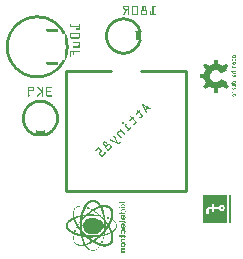
<source format=gbo>
G04 MADE WITH FRITZING*
G04 WWW.FRITZING.ORG*
G04 DOUBLE SIDED*
G04 HOLES PLATED*
G04 CONTOUR ON CENTER OF CONTOUR VECTOR*
%ASAXBY*%
%FSLAX23Y23*%
%MOIN*%
%OFA0B0*%
%SFA1.0B1.0*%
%ADD10C,0.004504*%
%ADD11C,0.002706*%
%ADD12C,0.002447*%
%ADD13C,0.007259*%
%ADD14C,0.007131*%
%ADD15R,0.008480X0.094378*%
%ADD16C,0.010000*%
%ADD17R,0.001000X0.001000*%
%LNSILK0*%
G90*
G70*
G54D10*
X302Y385D03*
G54D11*
X301Y384D03*
G54D10*
X302Y405D03*
G54D12*
X301Y404D03*
G54D13*
X344Y421D03*
X324Y339D03*
X234Y377D03*
X278Y453D03*
G54D14*
X723Y453D03*
G54D15*
X750Y449D03*
G54D16*
X602Y910D02*
X602Y510D01*
D02*
X602Y510D02*
X202Y510D01*
D02*
X202Y510D02*
X202Y910D01*
D02*
X602Y910D02*
X452Y910D01*
D02*
X352Y910D02*
X202Y910D01*
G54D17*
X398Y1127D02*
X414Y1127D01*
X426Y1127D02*
X442Y1127D01*
X459Y1127D02*
X469Y1127D01*
X492Y1127D02*
X503Y1127D01*
X396Y1126D02*
X414Y1126D01*
X425Y1126D02*
X443Y1126D01*
X458Y1126D02*
X470Y1126D01*
X492Y1126D02*
X504Y1126D01*
X395Y1125D02*
X414Y1125D01*
X425Y1125D02*
X444Y1125D01*
X458Y1125D02*
X470Y1125D01*
X492Y1125D02*
X504Y1125D01*
X395Y1124D02*
X414Y1124D01*
X424Y1124D02*
X444Y1124D01*
X458Y1124D02*
X470Y1124D01*
X492Y1124D02*
X503Y1124D01*
X394Y1123D02*
X398Y1123D01*
X411Y1123D02*
X414Y1123D01*
X424Y1123D02*
X427Y1123D01*
X441Y1123D02*
X444Y1123D01*
X458Y1123D02*
X462Y1123D01*
X467Y1123D02*
X470Y1123D01*
X492Y1123D02*
X496Y1123D01*
X394Y1122D02*
X398Y1122D01*
X411Y1122D02*
X414Y1122D01*
X424Y1122D02*
X427Y1122D01*
X441Y1122D02*
X444Y1122D01*
X458Y1122D02*
X462Y1122D01*
X467Y1122D02*
X470Y1122D01*
X492Y1122D02*
X496Y1122D01*
X394Y1121D02*
X397Y1121D01*
X411Y1121D02*
X414Y1121D01*
X424Y1121D02*
X427Y1121D01*
X441Y1121D02*
X444Y1121D01*
X458Y1121D02*
X462Y1121D01*
X467Y1121D02*
X470Y1121D01*
X492Y1121D02*
X496Y1121D01*
X394Y1120D02*
X397Y1120D01*
X411Y1120D02*
X414Y1120D01*
X424Y1120D02*
X427Y1120D01*
X441Y1120D02*
X444Y1120D01*
X458Y1120D02*
X462Y1120D01*
X467Y1120D02*
X470Y1120D01*
X492Y1120D02*
X496Y1120D01*
X394Y1119D02*
X398Y1119D01*
X411Y1119D02*
X414Y1119D01*
X424Y1119D02*
X427Y1119D01*
X441Y1119D02*
X444Y1119D01*
X458Y1119D02*
X462Y1119D01*
X467Y1119D02*
X470Y1119D01*
X492Y1119D02*
X496Y1119D01*
X394Y1118D02*
X398Y1118D01*
X411Y1118D02*
X414Y1118D01*
X424Y1118D02*
X427Y1118D01*
X441Y1118D02*
X444Y1118D01*
X458Y1118D02*
X462Y1118D01*
X467Y1118D02*
X470Y1118D01*
X492Y1118D02*
X496Y1118D01*
X395Y1117D02*
X414Y1117D01*
X424Y1117D02*
X427Y1117D01*
X441Y1117D02*
X444Y1117D01*
X458Y1117D02*
X462Y1117D01*
X467Y1117D02*
X470Y1117D01*
X492Y1117D02*
X496Y1117D01*
X395Y1116D02*
X414Y1116D01*
X424Y1116D02*
X427Y1116D01*
X441Y1116D02*
X444Y1116D01*
X458Y1116D02*
X462Y1116D01*
X467Y1116D02*
X470Y1116D01*
X492Y1116D02*
X496Y1116D01*
X396Y1115D02*
X414Y1115D01*
X424Y1115D02*
X427Y1115D01*
X441Y1115D02*
X444Y1115D01*
X458Y1115D02*
X462Y1115D01*
X467Y1115D02*
X470Y1115D01*
X492Y1115D02*
X496Y1115D01*
X397Y1114D02*
X414Y1114D01*
X424Y1114D02*
X427Y1114D01*
X441Y1114D02*
X444Y1114D01*
X458Y1114D02*
X462Y1114D01*
X467Y1114D02*
X470Y1114D01*
X492Y1114D02*
X496Y1114D01*
X400Y1113D02*
X414Y1113D01*
X424Y1113D02*
X427Y1113D01*
X441Y1113D02*
X444Y1113D01*
X456Y1113D02*
X472Y1113D01*
X492Y1113D02*
X496Y1113D01*
X402Y1112D02*
X406Y1112D01*
X411Y1112D02*
X414Y1112D01*
X424Y1112D02*
X427Y1112D01*
X441Y1112D02*
X444Y1112D01*
X455Y1112D02*
X473Y1112D01*
X492Y1112D02*
X496Y1112D01*
X402Y1111D02*
X406Y1111D01*
X411Y1111D02*
X414Y1111D01*
X424Y1111D02*
X427Y1111D01*
X441Y1111D02*
X444Y1111D01*
X455Y1111D02*
X474Y1111D01*
X492Y1111D02*
X496Y1111D01*
X401Y1110D02*
X405Y1110D01*
X411Y1110D02*
X414Y1110D01*
X424Y1110D02*
X427Y1110D01*
X441Y1110D02*
X444Y1110D01*
X454Y1110D02*
X474Y1110D01*
X486Y1110D02*
X486Y1110D01*
X492Y1110D02*
X496Y1110D01*
X401Y1109D02*
X405Y1109D01*
X411Y1109D02*
X414Y1109D01*
X424Y1109D02*
X427Y1109D01*
X441Y1109D02*
X444Y1109D01*
X454Y1109D02*
X457Y1109D01*
X471Y1109D02*
X474Y1109D01*
X485Y1109D02*
X487Y1109D01*
X492Y1109D02*
X496Y1109D01*
X400Y1108D02*
X404Y1108D01*
X411Y1108D02*
X414Y1108D01*
X424Y1108D02*
X427Y1108D01*
X441Y1108D02*
X444Y1108D01*
X454Y1108D02*
X457Y1108D01*
X471Y1108D02*
X474Y1108D01*
X484Y1108D02*
X487Y1108D01*
X492Y1108D02*
X496Y1108D01*
X400Y1107D02*
X403Y1107D01*
X411Y1107D02*
X414Y1107D01*
X424Y1107D02*
X427Y1107D01*
X441Y1107D02*
X444Y1107D01*
X454Y1107D02*
X457Y1107D01*
X471Y1107D02*
X474Y1107D01*
X484Y1107D02*
X487Y1107D01*
X492Y1107D02*
X496Y1107D01*
X399Y1106D02*
X403Y1106D01*
X411Y1106D02*
X414Y1106D01*
X424Y1106D02*
X427Y1106D01*
X441Y1106D02*
X444Y1106D01*
X454Y1106D02*
X457Y1106D01*
X471Y1106D02*
X474Y1106D01*
X484Y1106D02*
X487Y1106D01*
X492Y1106D02*
X496Y1106D01*
X398Y1105D02*
X402Y1105D01*
X411Y1105D02*
X414Y1105D01*
X424Y1105D02*
X427Y1105D01*
X441Y1105D02*
X444Y1105D01*
X454Y1105D02*
X457Y1105D01*
X471Y1105D02*
X474Y1105D01*
X484Y1105D02*
X487Y1105D01*
X492Y1105D02*
X496Y1105D01*
X398Y1104D02*
X402Y1104D01*
X411Y1104D02*
X414Y1104D01*
X424Y1104D02*
X427Y1104D01*
X441Y1104D02*
X444Y1104D01*
X454Y1104D02*
X457Y1104D01*
X471Y1104D02*
X474Y1104D01*
X484Y1104D02*
X487Y1104D01*
X492Y1104D02*
X496Y1104D01*
X397Y1103D02*
X401Y1103D01*
X411Y1103D02*
X414Y1103D01*
X424Y1103D02*
X427Y1103D01*
X441Y1103D02*
X444Y1103D01*
X454Y1103D02*
X457Y1103D01*
X471Y1103D02*
X474Y1103D01*
X484Y1103D02*
X487Y1103D01*
X492Y1103D02*
X496Y1103D01*
X397Y1102D02*
X401Y1102D01*
X411Y1102D02*
X414Y1102D01*
X424Y1102D02*
X427Y1102D01*
X441Y1102D02*
X444Y1102D01*
X454Y1102D02*
X457Y1102D01*
X471Y1102D02*
X474Y1102D01*
X484Y1102D02*
X487Y1102D01*
X492Y1102D02*
X496Y1102D01*
X396Y1101D02*
X400Y1101D01*
X411Y1101D02*
X414Y1101D01*
X424Y1101D02*
X427Y1101D01*
X441Y1101D02*
X444Y1101D01*
X454Y1101D02*
X457Y1101D01*
X471Y1101D02*
X474Y1101D01*
X484Y1101D02*
X487Y1101D01*
X492Y1101D02*
X496Y1101D01*
X395Y1100D02*
X399Y1100D01*
X411Y1100D02*
X414Y1100D01*
X424Y1100D02*
X427Y1100D01*
X441Y1100D02*
X444Y1100D01*
X454Y1100D02*
X457Y1100D01*
X471Y1100D02*
X474Y1100D01*
X484Y1100D02*
X487Y1100D01*
X492Y1100D02*
X496Y1100D01*
X395Y1099D02*
X399Y1099D01*
X411Y1099D02*
X414Y1099D01*
X424Y1099D02*
X444Y1099D01*
X454Y1099D02*
X474Y1099D01*
X484Y1099D02*
X503Y1099D01*
X394Y1098D02*
X398Y1098D01*
X411Y1098D02*
X414Y1098D01*
X425Y1098D02*
X444Y1098D01*
X455Y1098D02*
X474Y1098D01*
X484Y1098D02*
X504Y1098D01*
X394Y1097D02*
X398Y1097D01*
X411Y1097D02*
X414Y1097D01*
X425Y1097D02*
X443Y1097D01*
X455Y1097D02*
X473Y1097D01*
X484Y1097D02*
X504Y1097D01*
X395Y1096D02*
X397Y1096D01*
X411Y1096D02*
X413Y1096D01*
X426Y1096D02*
X442Y1096D01*
X456Y1096D02*
X472Y1096D01*
X485Y1096D02*
X503Y1096D01*
X101Y1095D02*
X114Y1095D01*
X92Y1094D02*
X123Y1094D01*
X86Y1093D02*
X128Y1093D01*
X82Y1092D02*
X132Y1092D01*
X79Y1091D02*
X136Y1091D01*
X75Y1090D02*
X139Y1090D01*
X73Y1089D02*
X142Y1089D01*
X70Y1088D02*
X145Y1088D01*
X392Y1088D02*
X398Y1088D01*
X67Y1087D02*
X147Y1087D01*
X384Y1087D02*
X406Y1087D01*
X65Y1086D02*
X149Y1086D01*
X380Y1086D02*
X410Y1086D01*
X63Y1085D02*
X100Y1085D01*
X114Y1085D02*
X151Y1085D01*
X377Y1085D02*
X414Y1085D01*
X61Y1084D02*
X91Y1084D01*
X123Y1084D02*
X153Y1084D01*
X374Y1084D02*
X416Y1084D01*
X59Y1083D02*
X86Y1083D01*
X129Y1083D02*
X155Y1083D01*
X372Y1083D02*
X419Y1083D01*
X57Y1082D02*
X82Y1082D01*
X133Y1082D02*
X157Y1082D01*
X369Y1082D02*
X421Y1082D01*
X56Y1081D02*
X78Y1081D01*
X136Y1081D02*
X159Y1081D01*
X367Y1081D02*
X423Y1081D01*
X54Y1080D02*
X75Y1080D01*
X139Y1080D02*
X160Y1080D01*
X366Y1080D02*
X425Y1080D01*
X52Y1079D02*
X73Y1079D01*
X142Y1079D02*
X162Y1079D01*
X364Y1079D02*
X427Y1079D01*
X51Y1078D02*
X70Y1078D01*
X145Y1078D02*
X164Y1078D01*
X362Y1078D02*
X391Y1078D01*
X399Y1078D02*
X428Y1078D01*
X49Y1077D02*
X68Y1077D01*
X147Y1077D02*
X165Y1077D01*
X361Y1077D02*
X384Y1077D01*
X407Y1077D02*
X430Y1077D01*
X48Y1076D02*
X66Y1076D01*
X149Y1076D02*
X167Y1076D01*
X360Y1076D02*
X379Y1076D01*
X411Y1076D02*
X431Y1076D01*
X47Y1075D02*
X63Y1075D01*
X151Y1075D02*
X168Y1075D01*
X358Y1075D02*
X377Y1075D01*
X414Y1075D02*
X432Y1075D01*
X45Y1074D02*
X61Y1074D01*
X153Y1074D02*
X169Y1074D01*
X357Y1074D02*
X374Y1074D01*
X417Y1074D02*
X434Y1074D01*
X44Y1073D02*
X60Y1073D01*
X155Y1073D02*
X171Y1073D01*
X356Y1073D02*
X372Y1073D01*
X419Y1073D02*
X435Y1073D01*
X43Y1072D02*
X58Y1072D01*
X157Y1072D02*
X172Y1072D01*
X355Y1072D02*
X370Y1072D01*
X421Y1072D02*
X436Y1072D01*
X41Y1071D02*
X56Y1071D01*
X158Y1071D02*
X173Y1071D01*
X354Y1071D02*
X368Y1071D01*
X423Y1071D02*
X437Y1071D01*
X40Y1070D02*
X55Y1070D01*
X160Y1070D02*
X174Y1070D01*
X352Y1070D02*
X366Y1070D01*
X424Y1070D02*
X438Y1070D01*
X39Y1069D02*
X53Y1069D01*
X161Y1069D02*
X176Y1069D01*
X352Y1069D02*
X365Y1069D01*
X426Y1069D02*
X439Y1069D01*
X38Y1068D02*
X52Y1068D01*
X163Y1068D02*
X177Y1068D01*
X351Y1068D02*
X363Y1068D01*
X427Y1068D02*
X440Y1068D01*
X37Y1067D02*
X50Y1067D01*
X164Y1067D02*
X178Y1067D01*
X218Y1067D02*
X220Y1067D01*
X246Y1067D02*
X249Y1067D01*
X350Y1067D02*
X362Y1067D01*
X428Y1067D02*
X441Y1067D01*
X36Y1066D02*
X49Y1066D01*
X165Y1066D02*
X179Y1066D01*
X218Y1066D02*
X221Y1066D01*
X246Y1066D02*
X249Y1066D01*
X349Y1066D02*
X361Y1066D01*
X430Y1066D02*
X442Y1066D01*
X35Y1065D02*
X48Y1065D01*
X167Y1065D02*
X180Y1065D01*
X218Y1065D02*
X221Y1065D01*
X246Y1065D02*
X249Y1065D01*
X348Y1065D02*
X360Y1065D01*
X431Y1065D02*
X443Y1065D01*
X34Y1064D02*
X46Y1064D01*
X168Y1064D02*
X181Y1064D01*
X218Y1064D02*
X221Y1064D01*
X246Y1064D02*
X249Y1064D01*
X347Y1064D02*
X359Y1064D01*
X432Y1064D02*
X443Y1064D01*
X33Y1063D02*
X45Y1063D01*
X169Y1063D02*
X182Y1063D01*
X218Y1063D02*
X221Y1063D01*
X246Y1063D02*
X249Y1063D01*
X346Y1063D02*
X358Y1063D01*
X433Y1063D02*
X444Y1063D01*
X32Y1062D02*
X44Y1062D01*
X170Y1062D02*
X183Y1062D01*
X218Y1062D02*
X221Y1062D01*
X246Y1062D02*
X249Y1062D01*
X346Y1062D02*
X357Y1062D01*
X434Y1062D02*
X445Y1062D01*
X31Y1061D02*
X43Y1061D01*
X172Y1061D02*
X184Y1061D01*
X218Y1061D02*
X221Y1061D01*
X246Y1061D02*
X249Y1061D01*
X345Y1061D02*
X356Y1061D01*
X435Y1061D02*
X446Y1061D01*
X30Y1060D02*
X42Y1060D01*
X173Y1060D02*
X185Y1060D01*
X218Y1060D02*
X221Y1060D01*
X246Y1060D02*
X249Y1060D01*
X344Y1060D02*
X355Y1060D01*
X436Y1060D02*
X446Y1060D01*
X29Y1059D02*
X41Y1059D01*
X174Y1059D02*
X185Y1059D01*
X218Y1059D02*
X249Y1059D01*
X344Y1059D02*
X354Y1059D01*
X436Y1059D02*
X447Y1059D01*
X28Y1058D02*
X40Y1058D01*
X175Y1058D02*
X186Y1058D01*
X218Y1058D02*
X249Y1058D01*
X343Y1058D02*
X353Y1058D01*
X437Y1058D02*
X448Y1058D01*
X27Y1057D02*
X39Y1057D01*
X176Y1057D02*
X187Y1057D01*
X218Y1057D02*
X249Y1057D01*
X342Y1057D02*
X353Y1057D01*
X438Y1057D02*
X448Y1057D01*
X26Y1056D02*
X38Y1056D01*
X177Y1056D02*
X188Y1056D01*
X218Y1056D02*
X249Y1056D01*
X342Y1056D02*
X352Y1056D01*
X439Y1056D02*
X449Y1056D01*
X26Y1055D02*
X37Y1055D01*
X178Y1055D02*
X189Y1055D01*
X246Y1055D02*
X249Y1055D01*
X341Y1055D02*
X351Y1055D01*
X439Y1055D02*
X449Y1055D01*
X25Y1054D02*
X36Y1054D01*
X178Y1054D02*
X190Y1054D01*
X246Y1054D02*
X249Y1054D01*
X341Y1054D02*
X351Y1054D01*
X440Y1054D02*
X450Y1054D01*
X24Y1053D02*
X35Y1053D01*
X179Y1053D02*
X190Y1053D01*
X246Y1053D02*
X249Y1053D01*
X340Y1053D02*
X350Y1053D01*
X441Y1053D02*
X450Y1053D01*
X23Y1052D02*
X34Y1052D01*
X180Y1052D02*
X191Y1052D01*
X246Y1052D02*
X249Y1052D01*
X340Y1052D02*
X349Y1052D01*
X441Y1052D02*
X451Y1052D01*
X23Y1051D02*
X33Y1051D01*
X181Y1051D02*
X192Y1051D01*
X236Y1051D02*
X249Y1051D01*
X339Y1051D02*
X349Y1051D01*
X442Y1051D02*
X451Y1051D01*
X22Y1050D02*
X33Y1050D01*
X140Y1050D02*
X174Y1050D01*
X182Y1050D02*
X193Y1050D01*
X235Y1050D02*
X249Y1050D01*
X339Y1050D02*
X348Y1050D01*
X442Y1050D02*
X452Y1050D01*
X21Y1049D02*
X32Y1049D01*
X139Y1049D02*
X176Y1049D01*
X183Y1049D02*
X193Y1049D01*
X235Y1049D02*
X249Y1049D01*
X338Y1049D02*
X348Y1049D01*
X443Y1049D02*
X452Y1049D01*
X21Y1048D02*
X31Y1048D01*
X138Y1048D02*
X176Y1048D01*
X183Y1048D02*
X194Y1048D01*
X236Y1048D02*
X249Y1048D01*
X338Y1048D02*
X347Y1048D01*
X443Y1048D02*
X453Y1048D01*
X20Y1047D02*
X30Y1047D01*
X138Y1047D02*
X177Y1047D01*
X184Y1047D02*
X195Y1047D01*
X338Y1047D02*
X347Y1047D01*
X444Y1047D02*
X453Y1047D01*
X19Y1046D02*
X30Y1046D01*
X137Y1046D02*
X177Y1046D01*
X185Y1046D02*
X195Y1046D01*
X337Y1046D02*
X347Y1046D01*
X444Y1046D02*
X453Y1046D01*
X19Y1045D02*
X29Y1045D01*
X137Y1045D02*
X177Y1045D01*
X186Y1045D02*
X196Y1045D01*
X337Y1045D02*
X346Y1045D01*
X444Y1045D02*
X454Y1045D01*
X18Y1044D02*
X28Y1044D01*
X137Y1044D02*
X177Y1044D01*
X186Y1044D02*
X196Y1044D01*
X337Y1044D02*
X346Y1044D01*
X445Y1044D02*
X454Y1044D01*
X17Y1043D02*
X27Y1043D01*
X138Y1043D02*
X177Y1043D01*
X187Y1043D02*
X197Y1043D01*
X336Y1043D02*
X345Y1043D01*
X445Y1043D02*
X454Y1043D01*
X17Y1042D02*
X27Y1042D01*
X138Y1042D02*
X176Y1042D01*
X188Y1042D02*
X198Y1042D01*
X336Y1042D02*
X345Y1042D01*
X445Y1042D02*
X455Y1042D01*
X16Y1041D02*
X26Y1041D01*
X139Y1041D02*
X175Y1041D01*
X188Y1041D02*
X198Y1041D01*
X336Y1041D02*
X345Y1041D01*
X435Y1041D02*
X456Y1041D01*
X16Y1040D02*
X26Y1040D01*
X141Y1040D02*
X173Y1040D01*
X189Y1040D02*
X199Y1040D01*
X335Y1040D02*
X345Y1040D01*
X435Y1040D02*
X455Y1040D01*
X15Y1039D02*
X25Y1039D01*
X189Y1039D02*
X199Y1039D01*
X335Y1039D02*
X344Y1039D01*
X436Y1039D02*
X455Y1039D01*
X15Y1038D02*
X24Y1038D01*
X190Y1038D02*
X200Y1038D01*
X335Y1038D02*
X344Y1038D01*
X436Y1038D02*
X454Y1038D01*
X14Y1037D02*
X24Y1037D01*
X191Y1037D02*
X200Y1037D01*
X219Y1037D02*
X247Y1037D01*
X335Y1037D02*
X344Y1037D01*
X436Y1037D02*
X454Y1037D01*
X14Y1036D02*
X23Y1036D01*
X191Y1036D02*
X201Y1036D01*
X218Y1036D02*
X248Y1036D01*
X335Y1036D02*
X344Y1036D01*
X437Y1036D02*
X454Y1036D01*
X13Y1035D02*
X23Y1035D01*
X192Y1035D02*
X201Y1035D01*
X218Y1035D02*
X249Y1035D01*
X335Y1035D02*
X344Y1035D01*
X437Y1035D02*
X453Y1035D01*
X13Y1034D02*
X22Y1034D01*
X192Y1034D02*
X202Y1034D01*
X218Y1034D02*
X249Y1034D01*
X334Y1034D02*
X343Y1034D01*
X437Y1034D02*
X453Y1034D01*
X12Y1033D02*
X22Y1033D01*
X193Y1033D02*
X202Y1033D01*
X218Y1033D02*
X221Y1033D01*
X246Y1033D02*
X249Y1033D01*
X334Y1033D02*
X343Y1033D01*
X437Y1033D02*
X453Y1033D01*
X12Y1032D02*
X21Y1032D01*
X200Y1032D02*
X203Y1032D01*
X218Y1032D02*
X221Y1032D01*
X246Y1032D02*
X249Y1032D01*
X334Y1032D02*
X343Y1032D01*
X438Y1032D02*
X453Y1032D01*
X11Y1031D02*
X21Y1031D01*
X200Y1031D02*
X203Y1031D01*
X218Y1031D02*
X221Y1031D01*
X246Y1031D02*
X249Y1031D01*
X334Y1031D02*
X343Y1031D01*
X438Y1031D02*
X453Y1031D01*
X11Y1030D02*
X20Y1030D01*
X200Y1030D02*
X204Y1030D01*
X218Y1030D02*
X221Y1030D01*
X246Y1030D02*
X249Y1030D01*
X334Y1030D02*
X343Y1030D01*
X438Y1030D02*
X452Y1030D01*
X10Y1029D02*
X20Y1029D01*
X200Y1029D02*
X204Y1029D01*
X218Y1029D02*
X221Y1029D01*
X246Y1029D02*
X249Y1029D01*
X334Y1029D02*
X343Y1029D01*
X438Y1029D02*
X452Y1029D01*
X10Y1028D02*
X19Y1028D01*
X200Y1028D02*
X205Y1028D01*
X218Y1028D02*
X221Y1028D01*
X246Y1028D02*
X249Y1028D01*
X334Y1028D02*
X343Y1028D01*
X438Y1028D02*
X452Y1028D01*
X10Y1027D02*
X19Y1027D01*
X200Y1027D02*
X205Y1027D01*
X218Y1027D02*
X221Y1027D01*
X246Y1027D02*
X249Y1027D01*
X334Y1027D02*
X343Y1027D01*
X438Y1027D02*
X452Y1027D01*
X9Y1026D02*
X19Y1026D01*
X200Y1026D02*
X205Y1026D01*
X218Y1026D02*
X221Y1026D01*
X246Y1026D02*
X249Y1026D01*
X334Y1026D02*
X343Y1026D01*
X438Y1026D02*
X452Y1026D01*
X9Y1025D02*
X18Y1025D01*
X200Y1025D02*
X206Y1025D01*
X218Y1025D02*
X221Y1025D01*
X246Y1025D02*
X249Y1025D01*
X334Y1025D02*
X343Y1025D01*
X438Y1025D02*
X452Y1025D01*
X9Y1024D02*
X18Y1024D01*
X200Y1024D02*
X206Y1024D01*
X218Y1024D02*
X221Y1024D01*
X246Y1024D02*
X249Y1024D01*
X334Y1024D02*
X343Y1024D01*
X438Y1024D02*
X452Y1024D01*
X8Y1023D02*
X18Y1023D01*
X200Y1023D02*
X206Y1023D01*
X218Y1023D02*
X221Y1023D01*
X246Y1023D02*
X249Y1023D01*
X334Y1023D02*
X343Y1023D01*
X438Y1023D02*
X452Y1023D01*
X8Y1022D02*
X17Y1022D01*
X200Y1022D02*
X207Y1022D01*
X218Y1022D02*
X221Y1022D01*
X246Y1022D02*
X249Y1022D01*
X334Y1022D02*
X343Y1022D01*
X438Y1022D02*
X453Y1022D01*
X8Y1021D02*
X17Y1021D01*
X200Y1021D02*
X207Y1021D01*
X218Y1021D02*
X249Y1021D01*
X334Y1021D02*
X343Y1021D01*
X438Y1021D02*
X453Y1021D01*
X7Y1020D02*
X16Y1020D01*
X200Y1020D02*
X207Y1020D01*
X218Y1020D02*
X249Y1020D01*
X334Y1020D02*
X343Y1020D01*
X438Y1020D02*
X453Y1020D01*
X7Y1019D02*
X16Y1019D01*
X200Y1019D02*
X208Y1019D01*
X218Y1019D02*
X248Y1019D01*
X334Y1019D02*
X343Y1019D01*
X437Y1019D02*
X453Y1019D01*
X7Y1018D02*
X16Y1018D01*
X200Y1018D02*
X208Y1018D01*
X219Y1018D02*
X247Y1018D01*
X334Y1018D02*
X343Y1018D01*
X437Y1018D02*
X453Y1018D01*
X6Y1017D02*
X16Y1017D01*
X200Y1017D02*
X208Y1017D01*
X335Y1017D02*
X344Y1017D01*
X437Y1017D02*
X454Y1017D01*
X6Y1016D02*
X15Y1016D01*
X200Y1016D02*
X208Y1016D01*
X335Y1016D02*
X344Y1016D01*
X437Y1016D02*
X454Y1016D01*
X6Y1015D02*
X15Y1015D01*
X200Y1015D02*
X209Y1015D01*
X335Y1015D02*
X344Y1015D01*
X436Y1015D02*
X454Y1015D01*
X6Y1014D02*
X15Y1014D01*
X200Y1014D02*
X209Y1014D01*
X335Y1014D02*
X344Y1014D01*
X436Y1014D02*
X454Y1014D01*
X5Y1013D02*
X14Y1013D01*
X200Y1013D02*
X209Y1013D01*
X335Y1013D02*
X344Y1013D01*
X436Y1013D02*
X455Y1013D01*
X5Y1012D02*
X14Y1012D01*
X200Y1012D02*
X209Y1012D01*
X336Y1012D02*
X345Y1012D01*
X435Y1012D02*
X455Y1012D01*
X5Y1011D02*
X14Y1011D01*
X201Y1011D02*
X210Y1011D01*
X336Y1011D02*
X345Y1011D01*
X446Y1011D02*
X455Y1011D01*
X5Y1010D02*
X14Y1010D01*
X201Y1010D02*
X210Y1010D01*
X336Y1010D02*
X345Y1010D01*
X445Y1010D02*
X454Y1010D01*
X5Y1009D02*
X14Y1009D01*
X201Y1009D02*
X210Y1009D01*
X336Y1009D02*
X346Y1009D01*
X445Y1009D02*
X454Y1009D01*
X4Y1008D02*
X13Y1008D01*
X201Y1008D02*
X210Y1008D01*
X337Y1008D02*
X346Y1008D01*
X445Y1008D02*
X454Y1008D01*
X4Y1007D02*
X13Y1007D01*
X201Y1007D02*
X210Y1007D01*
X227Y1007D02*
X245Y1007D01*
X337Y1007D02*
X346Y1007D01*
X444Y1007D02*
X454Y1007D01*
X4Y1006D02*
X13Y1006D01*
X201Y1006D02*
X211Y1006D01*
X226Y1006D02*
X247Y1006D01*
X337Y1006D02*
X347Y1006D01*
X444Y1006D02*
X453Y1006D01*
X4Y1005D02*
X13Y1005D01*
X202Y1005D02*
X211Y1005D01*
X227Y1005D02*
X248Y1005D01*
X338Y1005D02*
X347Y1005D01*
X443Y1005D02*
X453Y1005D01*
X4Y1004D02*
X13Y1004D01*
X202Y1004D02*
X211Y1004D01*
X228Y1004D02*
X248Y1004D01*
X338Y1004D02*
X348Y1004D01*
X443Y1004D02*
X452Y1004D01*
X4Y1003D02*
X13Y1003D01*
X202Y1003D02*
X211Y1003D01*
X244Y1003D02*
X249Y1003D01*
X338Y1003D02*
X348Y1003D01*
X443Y1003D02*
X452Y1003D01*
X4Y1002D02*
X13Y1002D01*
X202Y1002D02*
X211Y1002D01*
X246Y1002D02*
X249Y1002D01*
X339Y1002D02*
X348Y1002D01*
X442Y1002D02*
X452Y1002D01*
X3Y1001D02*
X12Y1001D01*
X202Y1001D02*
X211Y1001D01*
X246Y1001D02*
X249Y1001D01*
X339Y1001D02*
X349Y1001D01*
X442Y1001D02*
X451Y1001D01*
X3Y1000D02*
X12Y1000D01*
X202Y1000D02*
X211Y1000D01*
X246Y1000D02*
X249Y1000D01*
X340Y1000D02*
X350Y1000D01*
X441Y1000D02*
X451Y1000D01*
X3Y999D02*
X12Y999D01*
X202Y999D02*
X211Y999D01*
X246Y999D02*
X249Y999D01*
X340Y999D02*
X350Y999D01*
X440Y999D02*
X450Y999D01*
X3Y998D02*
X12Y998D01*
X202Y998D02*
X211Y998D01*
X246Y998D02*
X249Y998D01*
X341Y998D02*
X351Y998D01*
X440Y998D02*
X450Y998D01*
X3Y997D02*
X12Y997D01*
X202Y997D02*
X211Y997D01*
X245Y997D02*
X249Y997D01*
X341Y997D02*
X351Y997D01*
X439Y997D02*
X449Y997D01*
X3Y996D02*
X12Y996D01*
X203Y996D02*
X212Y996D01*
X245Y996D02*
X248Y996D01*
X342Y996D02*
X352Y996D01*
X438Y996D02*
X449Y996D01*
X3Y995D02*
X12Y995D01*
X203Y995D02*
X212Y995D01*
X244Y995D02*
X248Y995D01*
X343Y995D02*
X353Y995D01*
X438Y995D02*
X448Y995D01*
X3Y994D02*
X12Y994D01*
X203Y994D02*
X212Y994D01*
X243Y994D02*
X247Y994D01*
X343Y994D02*
X354Y994D01*
X437Y994D02*
X447Y994D01*
X3Y993D02*
X12Y993D01*
X203Y993D02*
X212Y993D01*
X243Y993D02*
X247Y993D01*
X344Y993D02*
X354Y993D01*
X436Y993D02*
X447Y993D01*
X3Y992D02*
X12Y992D01*
X203Y992D02*
X212Y992D01*
X242Y992D02*
X246Y992D01*
X344Y992D02*
X355Y992D01*
X435Y992D02*
X446Y992D01*
X3Y991D02*
X12Y991D01*
X203Y991D02*
X212Y991D01*
X228Y991D02*
X248Y991D01*
X345Y991D02*
X356Y991D01*
X434Y991D02*
X445Y991D01*
X3Y990D02*
X12Y990D01*
X203Y990D02*
X212Y990D01*
X227Y990D02*
X249Y990D01*
X346Y990D02*
X357Y990D01*
X434Y990D02*
X445Y990D01*
X3Y989D02*
X12Y989D01*
X203Y989D02*
X212Y989D01*
X226Y989D02*
X249Y989D01*
X347Y989D02*
X358Y989D01*
X433Y989D02*
X444Y989D01*
X3Y988D02*
X12Y988D01*
X203Y988D02*
X212Y988D01*
X227Y988D02*
X249Y988D01*
X347Y988D02*
X359Y988D01*
X432Y988D02*
X443Y988D01*
X3Y987D02*
X12Y987D01*
X203Y987D02*
X212Y987D01*
X348Y987D02*
X360Y987D01*
X430Y987D02*
X442Y987D01*
X3Y986D02*
X12Y986D01*
X203Y986D02*
X212Y986D01*
X349Y986D02*
X361Y986D01*
X429Y986D02*
X441Y986D01*
X3Y985D02*
X12Y985D01*
X203Y985D02*
X212Y985D01*
X350Y985D02*
X363Y985D01*
X428Y985D02*
X441Y985D01*
X3Y984D02*
X12Y984D01*
X203Y984D02*
X212Y984D01*
X351Y984D02*
X364Y984D01*
X427Y984D02*
X440Y984D01*
X3Y983D02*
X12Y983D01*
X202Y983D02*
X211Y983D01*
X352Y983D02*
X365Y983D01*
X425Y983D02*
X439Y983D01*
X3Y982D02*
X12Y982D01*
X202Y982D02*
X211Y982D01*
X353Y982D02*
X367Y982D01*
X424Y982D02*
X438Y982D01*
X3Y981D02*
X12Y981D01*
X202Y981D02*
X211Y981D01*
X354Y981D02*
X369Y981D01*
X422Y981D02*
X437Y981D01*
X3Y980D02*
X12Y980D01*
X202Y980D02*
X211Y980D01*
X355Y980D02*
X370Y980D01*
X420Y980D02*
X435Y980D01*
X3Y979D02*
X12Y979D01*
X202Y979D02*
X211Y979D01*
X356Y979D02*
X372Y979D01*
X418Y979D02*
X434Y979D01*
X4Y978D02*
X13Y978D01*
X202Y978D02*
X211Y978D01*
X357Y978D02*
X375Y978D01*
X416Y978D02*
X433Y978D01*
X4Y977D02*
X13Y977D01*
X202Y977D02*
X211Y977D01*
X218Y977D02*
X249Y977D01*
X359Y977D02*
X377Y977D01*
X413Y977D02*
X432Y977D01*
X4Y976D02*
X13Y976D01*
X202Y976D02*
X211Y976D01*
X218Y976D02*
X249Y976D01*
X360Y976D02*
X381Y976D01*
X410Y976D02*
X431Y976D01*
X4Y975D02*
X13Y975D01*
X202Y975D02*
X211Y975D01*
X218Y975D02*
X249Y975D01*
X361Y975D02*
X385Y975D01*
X405Y975D02*
X429Y975D01*
X4Y974D02*
X13Y974D01*
X201Y974D02*
X210Y974D01*
X218Y974D02*
X248Y974D01*
X363Y974D02*
X428Y974D01*
X4Y973D02*
X13Y973D01*
X201Y973D02*
X210Y973D01*
X218Y973D02*
X221Y973D01*
X228Y973D02*
X231Y973D01*
X365Y973D02*
X426Y973D01*
X4Y972D02*
X14Y972D01*
X201Y972D02*
X210Y972D01*
X218Y972D02*
X221Y972D01*
X228Y972D02*
X231Y972D01*
X366Y972D02*
X424Y972D01*
X5Y971D02*
X14Y971D01*
X201Y971D02*
X210Y971D01*
X218Y971D02*
X221Y971D01*
X228Y971D02*
X231Y971D01*
X368Y971D02*
X422Y971D01*
X5Y970D02*
X14Y970D01*
X201Y970D02*
X210Y970D01*
X218Y970D02*
X221Y970D01*
X228Y970D02*
X231Y970D01*
X370Y970D02*
X420Y970D01*
X5Y969D02*
X14Y969D01*
X200Y969D02*
X209Y969D01*
X218Y969D02*
X221Y969D01*
X228Y969D02*
X231Y969D01*
X372Y969D02*
X418Y969D01*
X5Y968D02*
X14Y968D01*
X200Y968D02*
X209Y968D01*
X218Y968D02*
X221Y968D01*
X228Y968D02*
X231Y968D01*
X375Y968D02*
X416Y968D01*
X6Y967D02*
X15Y967D01*
X200Y967D02*
X209Y967D01*
X218Y967D02*
X221Y967D01*
X228Y967D02*
X231Y967D01*
X378Y967D02*
X413Y967D01*
X6Y966D02*
X15Y966D01*
X200Y966D02*
X209Y966D01*
X218Y966D02*
X221Y966D01*
X228Y966D02*
X231Y966D01*
X381Y966D02*
X409Y966D01*
X6Y965D02*
X15Y965D01*
X200Y965D02*
X209Y965D01*
X218Y965D02*
X221Y965D01*
X228Y965D02*
X231Y965D01*
X386Y965D02*
X404Y965D01*
X6Y964D02*
X15Y964D01*
X200Y964D02*
X208Y964D01*
X218Y964D02*
X221Y964D01*
X228Y964D02*
X231Y964D01*
X7Y963D02*
X16Y963D01*
X200Y963D02*
X208Y963D01*
X218Y963D02*
X221Y963D01*
X228Y963D02*
X231Y963D01*
X7Y962D02*
X16Y962D01*
X200Y962D02*
X208Y962D01*
X218Y962D02*
X221Y962D01*
X229Y962D02*
X231Y962D01*
X760Y962D02*
X766Y962D01*
X7Y961D02*
X16Y961D01*
X200Y961D02*
X207Y961D01*
X218Y961D02*
X221Y961D01*
X759Y961D02*
X768Y961D01*
X7Y960D02*
X17Y960D01*
X200Y960D02*
X207Y960D01*
X218Y960D02*
X221Y960D01*
X758Y960D02*
X769Y960D01*
X8Y959D02*
X17Y959D01*
X200Y959D02*
X207Y959D01*
X218Y959D02*
X221Y959D01*
X758Y959D02*
X759Y959D01*
X767Y959D02*
X769Y959D01*
X8Y958D02*
X17Y958D01*
X200Y958D02*
X207Y958D01*
X218Y958D02*
X220Y958D01*
X757Y958D02*
X759Y958D01*
X768Y958D02*
X769Y958D01*
X8Y957D02*
X18Y957D01*
X200Y957D02*
X206Y957D01*
X758Y957D02*
X759Y957D01*
X768Y957D02*
X769Y957D01*
X9Y956D02*
X18Y956D01*
X200Y956D02*
X206Y956D01*
X758Y956D02*
X760Y956D01*
X767Y956D02*
X769Y956D01*
X9Y955D02*
X18Y955D01*
X200Y955D02*
X205Y955D01*
X758Y955D02*
X768Y955D01*
X9Y954D02*
X19Y954D01*
X200Y954D02*
X205Y954D01*
X760Y954D02*
X767Y954D01*
X10Y953D02*
X19Y953D01*
X200Y953D02*
X205Y953D01*
X10Y952D02*
X20Y952D01*
X200Y952D02*
X204Y952D01*
X11Y951D02*
X20Y951D01*
X200Y951D02*
X204Y951D01*
X11Y950D02*
X21Y950D01*
X200Y950D02*
X204Y950D01*
X759Y950D02*
X774Y950D01*
X11Y949D02*
X21Y949D01*
X200Y949D02*
X203Y949D01*
X758Y949D02*
X773Y949D01*
X12Y948D02*
X22Y948D01*
X200Y948D02*
X203Y948D01*
X758Y948D02*
X760Y948D01*
X767Y948D02*
X769Y948D01*
X12Y947D02*
X22Y947D01*
X193Y947D02*
X202Y947D01*
X698Y947D02*
X708Y947D01*
X757Y947D02*
X759Y947D01*
X768Y947D02*
X769Y947D01*
X13Y946D02*
X22Y946D01*
X192Y946D02*
X202Y946D01*
X698Y946D02*
X708Y946D01*
X757Y946D02*
X759Y946D01*
X768Y946D02*
X769Y946D01*
X13Y945D02*
X23Y945D01*
X192Y945D02*
X201Y945D01*
X698Y945D02*
X708Y945D01*
X758Y945D02*
X759Y945D01*
X767Y945D02*
X769Y945D01*
X14Y944D02*
X24Y944D01*
X191Y944D02*
X201Y944D01*
X697Y944D02*
X708Y944D01*
X758Y944D02*
X769Y944D01*
X14Y943D02*
X24Y943D01*
X190Y943D02*
X200Y943D01*
X697Y943D02*
X708Y943D01*
X759Y943D02*
X768Y943D01*
X15Y942D02*
X25Y942D01*
X190Y942D02*
X200Y942D01*
X697Y942D02*
X709Y942D01*
X761Y942D02*
X766Y942D01*
X15Y941D02*
X25Y941D01*
X189Y941D02*
X199Y941D01*
X697Y941D02*
X709Y941D01*
X16Y940D02*
X26Y940D01*
X140Y940D02*
X174Y940D01*
X189Y940D02*
X199Y940D01*
X697Y940D02*
X709Y940D01*
X17Y939D02*
X27Y939D01*
X139Y939D02*
X176Y939D01*
X188Y939D02*
X198Y939D01*
X697Y939D02*
X709Y939D01*
X760Y939D02*
X767Y939D01*
X17Y938D02*
X27Y938D01*
X138Y938D02*
X176Y938D01*
X187Y938D02*
X197Y938D01*
X696Y938D02*
X709Y938D01*
X759Y938D02*
X768Y938D01*
X18Y937D02*
X28Y937D01*
X138Y937D02*
X177Y937D01*
X187Y937D02*
X197Y937D01*
X696Y937D02*
X710Y937D01*
X758Y937D02*
X769Y937D01*
X18Y936D02*
X28Y936D01*
X137Y936D02*
X177Y936D01*
X186Y936D02*
X196Y936D01*
X696Y936D02*
X710Y936D01*
X758Y936D02*
X759Y936D01*
X763Y936D02*
X765Y936D01*
X767Y936D02*
X769Y936D01*
X19Y935D02*
X29Y935D01*
X137Y935D02*
X177Y935D01*
X185Y935D02*
X196Y935D01*
X696Y935D02*
X710Y935D01*
X757Y935D02*
X759Y935D01*
X762Y935D02*
X764Y935D01*
X768Y935D02*
X769Y935D01*
X20Y934D02*
X30Y934D01*
X137Y934D02*
X177Y934D01*
X185Y934D02*
X195Y934D01*
X667Y934D02*
X669Y934D01*
X696Y934D02*
X710Y934D01*
X737Y934D02*
X738Y934D01*
X758Y934D02*
X759Y934D01*
X762Y934D02*
X764Y934D01*
X768Y934D02*
X769Y934D01*
X20Y933D02*
X31Y933D01*
X138Y933D02*
X177Y933D01*
X184Y933D02*
X194Y933D01*
X666Y933D02*
X670Y933D01*
X695Y933D02*
X710Y933D01*
X735Y933D02*
X739Y933D01*
X758Y933D02*
X763Y933D01*
X766Y933D02*
X769Y933D01*
X21Y932D02*
X31Y932D01*
X138Y932D02*
X176Y932D01*
X183Y932D02*
X194Y932D01*
X665Y932D02*
X672Y932D01*
X694Y932D02*
X713Y932D01*
X734Y932D02*
X740Y932D01*
X758Y932D02*
X763Y932D01*
X765Y932D02*
X768Y932D01*
X22Y931D02*
X32Y931D01*
X139Y931D02*
X175Y931D01*
X182Y931D02*
X193Y931D01*
X664Y931D02*
X673Y931D01*
X691Y931D02*
X717Y931D01*
X733Y931D02*
X741Y931D01*
X760Y931D02*
X762Y931D01*
X765Y931D02*
X767Y931D01*
X22Y930D02*
X33Y930D01*
X141Y930D02*
X173Y930D01*
X182Y930D02*
X192Y930D01*
X663Y930D02*
X675Y930D01*
X688Y930D02*
X719Y930D01*
X731Y930D02*
X742Y930D01*
X23Y929D02*
X34Y929D01*
X181Y929D02*
X191Y929D01*
X662Y929D02*
X676Y929D01*
X686Y929D02*
X721Y929D01*
X730Y929D02*
X743Y929D01*
X24Y928D02*
X35Y928D01*
X180Y928D02*
X191Y928D01*
X661Y928D02*
X678Y928D01*
X684Y928D02*
X723Y928D01*
X728Y928D02*
X744Y928D01*
X25Y927D02*
X36Y927D01*
X179Y927D02*
X190Y927D01*
X661Y927D02*
X679Y927D01*
X682Y927D02*
X725Y927D01*
X727Y927D02*
X745Y927D01*
X759Y927D02*
X769Y927D01*
X25Y926D02*
X36Y926D01*
X178Y926D02*
X189Y926D01*
X662Y926D02*
X744Y926D01*
X758Y926D02*
X769Y926D01*
X26Y925D02*
X37Y925D01*
X177Y925D02*
X188Y925D01*
X663Y925D02*
X743Y925D01*
X758Y925D02*
X760Y925D01*
X27Y924D02*
X38Y924D01*
X176Y924D02*
X188Y924D01*
X663Y924D02*
X742Y924D01*
X757Y924D02*
X759Y924D01*
X28Y923D02*
X39Y923D01*
X175Y923D02*
X187Y923D01*
X664Y923D02*
X742Y923D01*
X757Y923D02*
X759Y923D01*
X29Y922D02*
X40Y922D01*
X174Y922D02*
X186Y922D01*
X665Y922D02*
X741Y922D01*
X758Y922D02*
X759Y922D01*
X29Y921D02*
X41Y921D01*
X173Y921D02*
X185Y921D01*
X665Y921D02*
X740Y921D01*
X758Y921D02*
X769Y921D01*
X30Y920D02*
X42Y920D01*
X172Y920D02*
X184Y920D01*
X666Y920D02*
X740Y920D01*
X759Y920D02*
X769Y920D01*
X31Y919D02*
X44Y919D01*
X171Y919D02*
X183Y919D01*
X667Y919D02*
X739Y919D01*
X761Y919D02*
X768Y919D01*
X32Y918D02*
X45Y918D01*
X170Y918D02*
X182Y918D01*
X667Y918D02*
X738Y918D01*
X33Y917D02*
X46Y917D01*
X169Y917D02*
X181Y917D01*
X668Y917D02*
X738Y917D01*
X34Y916D02*
X47Y916D01*
X167Y916D02*
X180Y916D01*
X669Y916D02*
X737Y916D01*
X35Y915D02*
X48Y915D01*
X166Y915D02*
X179Y915D01*
X669Y915D02*
X737Y915D01*
X36Y914D02*
X50Y914D01*
X165Y914D02*
X178Y914D01*
X669Y914D02*
X738Y914D01*
X37Y913D02*
X51Y913D01*
X163Y913D02*
X177Y913D01*
X669Y913D02*
X738Y913D01*
X38Y912D02*
X52Y912D01*
X162Y912D02*
X176Y912D01*
X668Y912D02*
X702Y912D01*
X704Y912D02*
X739Y912D01*
X40Y911D02*
X54Y911D01*
X161Y911D02*
X175Y911D01*
X668Y911D02*
X697Y911D01*
X710Y911D02*
X739Y911D01*
X41Y910D02*
X55Y910D01*
X159Y910D02*
X174Y910D01*
X667Y910D02*
X694Y910D01*
X712Y910D02*
X737Y910D01*
X42Y909D02*
X57Y909D01*
X157Y909D02*
X173Y909D01*
X667Y909D02*
X692Y909D01*
X714Y909D02*
X734Y909D01*
X43Y908D02*
X59Y908D01*
X156Y908D02*
X171Y908D01*
X666Y908D02*
X691Y908D01*
X715Y908D02*
X732Y908D01*
X754Y908D02*
X769Y908D01*
X45Y907D02*
X60Y907D01*
X154Y907D02*
X170Y907D01*
X666Y907D02*
X690Y907D01*
X717Y907D02*
X730Y907D01*
X758Y907D02*
X761Y907D01*
X46Y906D02*
X62Y906D01*
X152Y906D02*
X169Y906D01*
X666Y906D02*
X688Y906D01*
X718Y906D02*
X727Y906D01*
X758Y906D02*
X759Y906D01*
X47Y905D02*
X64Y905D01*
X150Y905D02*
X167Y905D01*
X665Y905D02*
X688Y905D01*
X718Y905D02*
X725Y905D01*
X758Y905D02*
X759Y905D01*
X49Y904D02*
X67Y904D01*
X148Y904D02*
X166Y904D01*
X665Y904D02*
X687Y904D01*
X719Y904D02*
X722Y904D01*
X758Y904D02*
X759Y904D01*
X50Y903D02*
X69Y903D01*
X146Y903D02*
X165Y903D01*
X665Y903D02*
X686Y903D01*
X720Y903D02*
X720Y903D01*
X758Y903D02*
X760Y903D01*
X52Y902D02*
X71Y902D01*
X143Y902D02*
X163Y902D01*
X664Y902D02*
X686Y902D01*
X759Y902D02*
X769Y902D01*
X53Y901D02*
X74Y901D01*
X141Y901D02*
X161Y901D01*
X664Y901D02*
X685Y901D01*
X760Y901D02*
X769Y901D01*
X55Y900D02*
X77Y900D01*
X138Y900D02*
X160Y900D01*
X660Y900D02*
X684Y900D01*
X56Y899D02*
X80Y899D01*
X135Y899D02*
X158Y899D01*
X655Y899D02*
X684Y899D01*
X58Y898D02*
X84Y898D01*
X131Y898D02*
X156Y898D01*
X650Y898D02*
X684Y898D01*
X60Y897D02*
X88Y897D01*
X126Y897D02*
X154Y897D01*
X649Y897D02*
X684Y897D01*
X760Y897D02*
X762Y897D01*
X765Y897D02*
X768Y897D01*
X62Y896D02*
X95Y896D01*
X120Y896D02*
X152Y896D01*
X649Y896D02*
X683Y896D01*
X759Y896D02*
X761Y896D01*
X764Y896D02*
X769Y896D01*
X64Y895D02*
X150Y895D01*
X649Y895D02*
X683Y895D01*
X758Y895D02*
X759Y895D01*
X764Y895D02*
X765Y895D01*
X768Y895D02*
X769Y895D01*
X66Y894D02*
X148Y894D01*
X649Y894D02*
X683Y894D01*
X758Y894D02*
X759Y894D01*
X763Y894D02*
X764Y894D01*
X768Y894D02*
X769Y894D01*
X69Y893D02*
X146Y893D01*
X649Y893D02*
X683Y893D01*
X758Y893D02*
X759Y893D01*
X763Y893D02*
X764Y893D01*
X768Y893D02*
X769Y893D01*
X71Y892D02*
X143Y892D01*
X649Y892D02*
X683Y892D01*
X759Y892D02*
X760Y892D01*
X763Y892D02*
X763Y892D01*
X74Y891D02*
X141Y891D01*
X649Y891D02*
X683Y891D01*
X759Y891D02*
X769Y891D01*
X77Y890D02*
X138Y890D01*
X649Y890D02*
X683Y890D01*
X761Y890D02*
X769Y890D01*
X80Y889D02*
X134Y889D01*
X649Y889D02*
X683Y889D01*
X84Y888D02*
X130Y888D01*
X649Y888D02*
X684Y888D01*
X89Y887D02*
X125Y887D01*
X650Y887D02*
X684Y887D01*
X96Y886D02*
X119Y886D01*
X655Y886D02*
X684Y886D01*
X760Y886D02*
X769Y886D01*
X660Y885D02*
X684Y885D01*
X759Y885D02*
X760Y885D01*
X664Y884D02*
X685Y884D01*
X758Y884D02*
X759Y884D01*
X664Y883D02*
X685Y883D01*
X758Y883D02*
X759Y883D01*
X665Y882D02*
X686Y882D01*
X720Y882D02*
X720Y882D01*
X758Y882D02*
X759Y882D01*
X665Y881D02*
X687Y881D01*
X719Y881D02*
X722Y881D01*
X759Y881D02*
X760Y881D01*
X665Y880D02*
X688Y880D01*
X718Y880D02*
X725Y880D01*
X759Y880D02*
X762Y880D01*
X666Y879D02*
X688Y879D01*
X718Y879D02*
X727Y879D01*
X761Y879D02*
X761Y879D01*
X666Y878D02*
X689Y878D01*
X717Y878D02*
X730Y878D01*
X666Y877D02*
X691Y877D01*
X715Y877D02*
X732Y877D01*
X667Y876D02*
X692Y876D01*
X714Y876D02*
X734Y876D01*
X762Y876D02*
X766Y876D01*
X667Y875D02*
X694Y875D01*
X712Y875D02*
X737Y875D01*
X759Y875D02*
X768Y875D01*
X668Y874D02*
X696Y874D01*
X710Y874D02*
X739Y874D01*
X759Y874D02*
X760Y874D01*
X767Y874D02*
X769Y874D01*
X668Y873D02*
X702Y873D01*
X704Y873D02*
X739Y873D01*
X758Y873D02*
X759Y873D01*
X768Y873D02*
X769Y873D01*
X669Y872D02*
X738Y872D01*
X758Y872D02*
X759Y872D01*
X768Y872D02*
X769Y872D01*
X669Y871D02*
X738Y871D01*
X758Y871D02*
X759Y871D01*
X768Y871D02*
X769Y871D01*
X669Y870D02*
X737Y870D01*
X759Y870D02*
X760Y870D01*
X767Y870D02*
X769Y870D01*
X669Y869D02*
X737Y869D01*
X754Y869D02*
X768Y869D01*
X668Y868D02*
X738Y868D01*
X754Y868D02*
X766Y868D01*
X667Y867D02*
X738Y867D01*
X667Y866D02*
X739Y866D01*
X759Y866D02*
X767Y866D01*
X666Y865D02*
X740Y865D01*
X758Y865D02*
X769Y865D01*
X665Y864D02*
X740Y864D01*
X768Y864D02*
X769Y864D01*
X665Y863D02*
X741Y863D01*
X768Y863D02*
X769Y863D01*
X664Y862D02*
X742Y862D01*
X767Y862D02*
X769Y862D01*
X663Y861D02*
X742Y861D01*
X758Y861D02*
X769Y861D01*
X663Y860D02*
X743Y860D01*
X768Y860D02*
X769Y860D01*
X662Y859D02*
X744Y859D01*
X768Y859D02*
X769Y859D01*
X661Y858D02*
X679Y858D01*
X682Y858D02*
X725Y858D01*
X727Y858D02*
X745Y858D01*
X768Y858D02*
X769Y858D01*
X78Y857D02*
X96Y857D01*
X108Y857D02*
X109Y857D01*
X125Y857D02*
X126Y857D01*
X140Y857D02*
X156Y857D01*
X661Y857D02*
X678Y857D01*
X684Y857D02*
X723Y857D01*
X728Y857D02*
X744Y857D01*
X759Y857D02*
X769Y857D01*
X77Y856D02*
X96Y856D01*
X107Y856D02*
X110Y856D01*
X124Y856D02*
X126Y856D01*
X138Y856D02*
X156Y856D01*
X662Y856D02*
X676Y856D01*
X686Y856D02*
X721Y856D01*
X730Y856D02*
X743Y856D01*
X759Y856D02*
X767Y856D01*
X77Y855D02*
X97Y855D01*
X107Y855D02*
X112Y855D01*
X123Y855D02*
X127Y855D01*
X137Y855D02*
X157Y855D01*
X663Y855D02*
X675Y855D01*
X688Y855D02*
X719Y855D01*
X731Y855D02*
X742Y855D01*
X77Y854D02*
X97Y854D01*
X107Y854D02*
X113Y854D01*
X123Y854D02*
X127Y854D01*
X137Y854D02*
X156Y854D01*
X664Y854D02*
X673Y854D01*
X690Y854D02*
X717Y854D01*
X732Y854D02*
X741Y854D01*
X761Y854D02*
X762Y854D01*
X766Y854D02*
X767Y854D01*
X77Y853D02*
X80Y853D01*
X93Y853D02*
X97Y853D01*
X108Y853D02*
X114Y853D01*
X123Y853D02*
X127Y853D01*
X137Y853D02*
X140Y853D01*
X665Y853D02*
X672Y853D01*
X694Y853D02*
X713Y853D01*
X734Y853D02*
X740Y853D01*
X759Y853D02*
X762Y853D01*
X765Y853D02*
X768Y853D01*
X77Y852D02*
X80Y852D01*
X93Y852D02*
X97Y852D01*
X110Y852D02*
X115Y852D01*
X123Y852D02*
X127Y852D01*
X137Y852D02*
X140Y852D01*
X666Y852D02*
X670Y852D01*
X695Y852D02*
X710Y852D01*
X735Y852D02*
X739Y852D01*
X759Y852D02*
X760Y852D01*
X764Y852D02*
X765Y852D01*
X768Y852D02*
X769Y852D01*
X77Y851D02*
X80Y851D01*
X93Y851D02*
X97Y851D01*
X111Y851D02*
X116Y851D01*
X123Y851D02*
X127Y851D01*
X137Y851D02*
X140Y851D01*
X667Y851D02*
X669Y851D01*
X696Y851D02*
X710Y851D01*
X737Y851D02*
X738Y851D01*
X758Y851D02*
X759Y851D01*
X764Y851D02*
X765Y851D01*
X768Y851D02*
X769Y851D01*
X77Y850D02*
X80Y850D01*
X93Y850D02*
X97Y850D01*
X112Y850D02*
X117Y850D01*
X123Y850D02*
X127Y850D01*
X137Y850D02*
X140Y850D01*
X696Y850D02*
X710Y850D01*
X758Y850D02*
X759Y850D01*
X763Y850D02*
X764Y850D01*
X768Y850D02*
X769Y850D01*
X77Y849D02*
X80Y849D01*
X93Y849D02*
X97Y849D01*
X113Y849D02*
X119Y849D01*
X123Y849D02*
X127Y849D01*
X137Y849D02*
X140Y849D01*
X696Y849D02*
X710Y849D01*
X758Y849D02*
X759Y849D01*
X763Y849D02*
X764Y849D01*
X769Y849D02*
X769Y849D01*
X77Y848D02*
X80Y848D01*
X93Y848D02*
X97Y848D01*
X114Y848D02*
X120Y848D01*
X123Y848D02*
X127Y848D01*
X137Y848D02*
X140Y848D01*
X696Y848D02*
X710Y848D01*
X759Y848D02*
X760Y848D01*
X762Y848D02*
X763Y848D01*
X77Y847D02*
X80Y847D01*
X93Y847D02*
X97Y847D01*
X115Y847D02*
X121Y847D01*
X123Y847D02*
X127Y847D01*
X137Y847D02*
X140Y847D01*
X696Y847D02*
X709Y847D01*
X760Y847D02*
X769Y847D01*
X77Y846D02*
X97Y846D01*
X117Y846D02*
X127Y846D01*
X137Y846D02*
X140Y846D01*
X697Y846D02*
X709Y846D01*
X762Y846D02*
X768Y846D01*
X77Y845D02*
X97Y845D01*
X118Y845D02*
X127Y845D01*
X137Y845D02*
X140Y845D01*
X697Y845D02*
X709Y845D01*
X77Y844D02*
X97Y844D01*
X119Y844D02*
X127Y844D01*
X137Y844D02*
X141Y844D01*
X697Y844D02*
X709Y844D01*
X77Y843D02*
X96Y843D01*
X120Y843D02*
X127Y843D01*
X137Y843D02*
X151Y843D01*
X697Y843D02*
X709Y843D01*
X761Y843D02*
X769Y843D01*
X77Y842D02*
X80Y842D01*
X121Y842D02*
X127Y842D01*
X138Y842D02*
X152Y842D01*
X697Y842D02*
X709Y842D01*
X759Y842D02*
X769Y842D01*
X77Y841D02*
X80Y841D01*
X122Y841D02*
X127Y841D01*
X138Y841D02*
X152Y841D01*
X697Y841D02*
X708Y841D01*
X759Y841D02*
X760Y841D01*
X77Y840D02*
X80Y840D01*
X121Y840D02*
X127Y840D01*
X138Y840D02*
X152Y840D01*
X698Y840D02*
X708Y840D01*
X758Y840D02*
X759Y840D01*
X77Y839D02*
X80Y839D01*
X120Y839D02*
X127Y839D01*
X137Y839D02*
X151Y839D01*
X698Y839D02*
X708Y839D01*
X758Y839D02*
X759Y839D01*
X77Y838D02*
X80Y838D01*
X119Y838D02*
X127Y838D01*
X137Y838D02*
X141Y838D01*
X698Y838D02*
X708Y838D01*
X758Y838D02*
X759Y838D01*
X77Y837D02*
X80Y837D01*
X118Y837D02*
X127Y837D01*
X137Y837D02*
X140Y837D01*
X759Y837D02*
X760Y837D01*
X77Y836D02*
X80Y836D01*
X116Y836D02*
X127Y836D01*
X137Y836D02*
X140Y836D01*
X760Y836D02*
X762Y836D01*
X77Y835D02*
X80Y835D01*
X115Y835D02*
X121Y835D01*
X123Y835D02*
X127Y835D01*
X137Y835D02*
X140Y835D01*
X77Y834D02*
X80Y834D01*
X114Y834D02*
X120Y834D01*
X123Y834D02*
X127Y834D01*
X137Y834D02*
X140Y834D01*
X77Y833D02*
X80Y833D01*
X113Y833D02*
X118Y833D01*
X123Y833D02*
X127Y833D01*
X137Y833D02*
X140Y833D01*
X77Y832D02*
X80Y832D01*
X112Y832D02*
X117Y832D01*
X123Y832D02*
X127Y832D01*
X137Y832D02*
X140Y832D01*
X760Y832D02*
X767Y832D01*
X77Y831D02*
X80Y831D01*
X111Y831D02*
X116Y831D01*
X123Y831D02*
X127Y831D01*
X137Y831D02*
X140Y831D01*
X759Y831D02*
X768Y831D01*
X77Y830D02*
X80Y830D01*
X109Y830D02*
X115Y830D01*
X123Y830D02*
X127Y830D01*
X137Y830D02*
X140Y830D01*
X758Y830D02*
X760Y830D01*
X764Y830D02*
X765Y830D01*
X768Y830D02*
X769Y830D01*
X77Y829D02*
X80Y829D01*
X108Y829D02*
X114Y829D01*
X123Y829D02*
X127Y829D01*
X137Y829D02*
X154Y829D01*
X758Y829D02*
X759Y829D01*
X763Y829D02*
X764Y829D01*
X768Y829D02*
X769Y829D01*
X77Y828D02*
X82Y828D01*
X107Y828D02*
X113Y828D01*
X123Y828D02*
X127Y828D01*
X137Y828D02*
X156Y828D01*
X758Y828D02*
X759Y828D01*
X763Y828D02*
X764Y828D01*
X768Y828D02*
X769Y828D01*
X77Y827D02*
X82Y827D01*
X107Y827D02*
X111Y827D01*
X123Y827D02*
X127Y827D01*
X138Y827D02*
X157Y827D01*
X758Y827D02*
X759Y827D01*
X763Y827D02*
X763Y827D01*
X768Y827D02*
X769Y827D01*
X77Y826D02*
X82Y826D01*
X107Y826D02*
X110Y826D01*
X124Y826D02*
X126Y826D01*
X138Y826D02*
X156Y826D01*
X759Y826D02*
X763Y826D01*
X766Y826D02*
X768Y826D01*
X78Y825D02*
X81Y825D01*
X108Y825D02*
X109Y825D01*
X125Y825D02*
X125Y825D01*
X140Y825D02*
X155Y825D01*
X760Y825D02*
X763Y825D01*
X766Y825D02*
X767Y825D01*
X110Y813D02*
X126Y813D01*
X105Y812D02*
X131Y812D01*
X101Y811D02*
X135Y811D01*
X98Y810D02*
X138Y810D01*
X95Y809D02*
X140Y809D01*
X93Y808D02*
X143Y808D01*
X91Y807D02*
X145Y807D01*
X89Y806D02*
X147Y806D01*
X87Y805D02*
X148Y805D01*
X86Y804D02*
X150Y804D01*
X84Y803D02*
X109Y803D01*
X127Y803D02*
X152Y803D01*
X83Y802D02*
X104Y802D01*
X132Y802D02*
X153Y802D01*
X82Y801D02*
X101Y801D01*
X135Y801D02*
X154Y801D01*
X80Y800D02*
X98Y800D01*
X138Y800D02*
X156Y800D01*
X457Y800D02*
X458Y800D01*
X79Y799D02*
X95Y799D01*
X140Y799D02*
X157Y799D01*
X456Y799D02*
X460Y799D01*
X78Y798D02*
X93Y798D01*
X142Y798D02*
X158Y798D01*
X456Y798D02*
X462Y798D01*
X77Y797D02*
X91Y797D01*
X144Y797D02*
X159Y797D01*
X456Y797D02*
X464Y797D01*
X76Y796D02*
X90Y796D01*
X146Y796D02*
X160Y796D01*
X457Y796D02*
X465Y796D01*
X75Y795D02*
X88Y795D01*
X148Y795D02*
X161Y795D01*
X457Y795D02*
X467Y795D01*
X74Y794D02*
X87Y794D01*
X149Y794D02*
X162Y794D01*
X458Y794D02*
X469Y794D01*
X73Y793D02*
X85Y793D01*
X150Y793D02*
X163Y793D01*
X458Y793D02*
X471Y793D01*
X72Y792D02*
X84Y792D01*
X152Y792D02*
X164Y792D01*
X459Y792D02*
X463Y792D01*
X465Y792D02*
X473Y792D01*
X71Y791D02*
X83Y791D01*
X153Y791D02*
X165Y791D01*
X460Y791D02*
X463Y791D01*
X467Y791D02*
X475Y791D01*
X70Y790D02*
X82Y790D01*
X154Y790D02*
X166Y790D01*
X460Y790D02*
X464Y790D01*
X469Y790D02*
X476Y790D01*
X69Y789D02*
X81Y789D01*
X155Y789D02*
X166Y789D01*
X461Y789D02*
X464Y789D01*
X470Y789D02*
X478Y789D01*
X69Y788D02*
X80Y788D01*
X156Y788D02*
X167Y788D01*
X461Y788D02*
X465Y788D01*
X472Y788D02*
X480Y788D01*
X68Y787D02*
X79Y787D01*
X157Y787D02*
X168Y787D01*
X462Y787D02*
X466Y787D01*
X474Y787D02*
X482Y787D01*
X67Y786D02*
X78Y786D01*
X158Y786D02*
X169Y786D01*
X462Y786D02*
X466Y786D01*
X473Y786D02*
X484Y786D01*
X67Y785D02*
X77Y785D01*
X159Y785D02*
X169Y785D01*
X463Y785D02*
X467Y785D01*
X472Y785D02*
X485Y785D01*
X66Y784D02*
X76Y784D01*
X159Y784D02*
X170Y784D01*
X463Y784D02*
X467Y784D01*
X471Y784D02*
X476Y784D01*
X480Y784D02*
X485Y784D01*
X65Y783D02*
X76Y783D01*
X160Y783D02*
X170Y783D01*
X464Y783D02*
X468Y783D01*
X470Y783D02*
X475Y783D01*
X481Y783D02*
X485Y783D01*
X65Y782D02*
X75Y782D01*
X161Y782D02*
X171Y782D01*
X464Y782D02*
X474Y782D01*
X64Y781D02*
X74Y781D01*
X162Y781D02*
X172Y781D01*
X465Y781D02*
X473Y781D01*
X64Y780D02*
X73Y780D01*
X162Y780D02*
X172Y780D01*
X439Y780D02*
X442Y780D01*
X466Y780D02*
X472Y780D01*
X63Y779D02*
X73Y779D01*
X163Y779D02*
X173Y779D01*
X439Y779D02*
X443Y779D01*
X466Y779D02*
X471Y779D01*
X63Y778D02*
X72Y778D01*
X163Y778D02*
X173Y778D01*
X439Y778D02*
X444Y778D01*
X447Y778D02*
X449Y778D01*
X467Y778D02*
X470Y778D01*
X62Y777D02*
X72Y777D01*
X164Y777D02*
X174Y777D01*
X440Y777D02*
X450Y777D01*
X467Y777D02*
X471Y777D01*
X62Y776D02*
X71Y776D01*
X165Y776D02*
X174Y776D01*
X441Y776D02*
X450Y776D01*
X468Y776D02*
X472Y776D01*
X61Y775D02*
X71Y775D01*
X165Y775D02*
X175Y775D01*
X442Y775D02*
X449Y775D01*
X468Y775D02*
X472Y775D01*
X61Y774D02*
X70Y774D01*
X166Y774D02*
X175Y774D01*
X443Y774D02*
X448Y774D01*
X469Y774D02*
X473Y774D01*
X60Y773D02*
X70Y773D01*
X166Y773D02*
X175Y773D01*
X442Y773D02*
X449Y773D01*
X469Y773D02*
X473Y773D01*
X60Y772D02*
X69Y772D01*
X166Y772D02*
X176Y772D01*
X441Y772D02*
X450Y772D01*
X470Y772D02*
X473Y772D01*
X60Y771D02*
X69Y771D01*
X167Y771D02*
X176Y771D01*
X440Y771D02*
X451Y771D01*
X471Y771D02*
X473Y771D01*
X59Y770D02*
X69Y770D01*
X167Y770D02*
X176Y770D01*
X439Y770D02*
X444Y770D01*
X447Y770D02*
X452Y770D01*
X59Y769D02*
X68Y769D01*
X168Y769D02*
X177Y769D01*
X438Y769D02*
X443Y769D01*
X448Y769D02*
X453Y769D01*
X59Y768D02*
X68Y768D01*
X168Y768D02*
X177Y768D01*
X437Y768D02*
X442Y768D01*
X449Y768D02*
X454Y768D01*
X58Y767D02*
X68Y767D01*
X168Y767D02*
X177Y767D01*
X437Y767D02*
X441Y767D01*
X450Y767D02*
X455Y767D01*
X58Y766D02*
X67Y766D01*
X168Y766D02*
X178Y766D01*
X437Y766D02*
X440Y766D01*
X451Y766D02*
X456Y766D01*
X58Y765D02*
X67Y765D01*
X169Y765D02*
X178Y765D01*
X437Y765D02*
X439Y765D01*
X452Y765D02*
X457Y765D01*
X58Y764D02*
X67Y764D01*
X169Y764D02*
X178Y764D01*
X453Y764D02*
X458Y764D01*
X58Y763D02*
X67Y763D01*
X169Y763D02*
X178Y763D01*
X454Y763D02*
X458Y763D01*
X57Y762D02*
X66Y762D01*
X169Y762D02*
X178Y762D01*
X455Y762D02*
X459Y762D01*
X57Y761D02*
X66Y761D01*
X170Y761D02*
X179Y761D01*
X455Y761D02*
X459Y761D01*
X57Y760D02*
X66Y760D01*
X170Y760D02*
X179Y760D01*
X456Y760D02*
X459Y760D01*
X57Y759D02*
X66Y759D01*
X170Y759D02*
X179Y759D01*
X418Y759D02*
X420Y759D01*
X456Y759D02*
X459Y759D01*
X57Y758D02*
X66Y758D01*
X170Y758D02*
X179Y758D01*
X418Y758D02*
X421Y758D01*
X455Y758D02*
X459Y758D01*
X57Y757D02*
X66Y757D01*
X170Y757D02*
X179Y757D01*
X418Y757D02*
X422Y757D01*
X426Y757D02*
X428Y757D01*
X454Y757D02*
X458Y757D01*
X57Y756D02*
X66Y756D01*
X170Y756D02*
X179Y756D01*
X418Y756D02*
X423Y756D01*
X425Y756D02*
X429Y756D01*
X453Y756D02*
X458Y756D01*
X57Y755D02*
X66Y755D01*
X170Y755D02*
X179Y755D01*
X419Y755D02*
X429Y755D01*
X447Y755D02*
X457Y755D01*
X57Y754D02*
X66Y754D01*
X170Y754D02*
X179Y754D01*
X420Y754D02*
X428Y754D01*
X446Y754D02*
X456Y754D01*
X56Y753D02*
X65Y753D01*
X170Y753D02*
X179Y753D01*
X421Y753D02*
X427Y753D01*
X446Y753D02*
X455Y753D01*
X56Y752D02*
X65Y752D01*
X170Y752D02*
X179Y752D01*
X421Y752D02*
X427Y752D01*
X447Y752D02*
X453Y752D01*
X56Y751D02*
X65Y751D01*
X170Y751D02*
X179Y751D01*
X420Y751D02*
X428Y751D01*
X449Y751D02*
X451Y751D01*
X56Y750D02*
X65Y750D01*
X170Y750D02*
X179Y750D01*
X419Y750D02*
X429Y750D01*
X57Y749D02*
X66Y749D01*
X170Y749D02*
X179Y749D01*
X418Y749D02*
X423Y749D01*
X425Y749D02*
X430Y749D01*
X57Y748D02*
X66Y748D01*
X170Y748D02*
X179Y748D01*
X417Y748D02*
X422Y748D01*
X426Y748D02*
X431Y748D01*
X57Y747D02*
X66Y747D01*
X170Y747D02*
X179Y747D01*
X416Y747D02*
X421Y747D01*
X427Y747D02*
X432Y747D01*
X57Y746D02*
X66Y746D01*
X170Y746D02*
X179Y746D01*
X416Y746D02*
X420Y746D01*
X428Y746D02*
X433Y746D01*
X57Y745D02*
X66Y745D01*
X170Y745D02*
X179Y745D01*
X415Y745D02*
X419Y745D01*
X429Y745D02*
X434Y745D01*
X57Y744D02*
X66Y744D01*
X170Y744D02*
X179Y744D01*
X416Y744D02*
X418Y744D01*
X430Y744D02*
X435Y744D01*
X57Y743D02*
X66Y743D01*
X170Y743D02*
X179Y743D01*
X431Y743D02*
X436Y743D01*
X57Y742D02*
X66Y742D01*
X169Y742D02*
X178Y742D01*
X432Y742D02*
X437Y742D01*
X57Y741D02*
X66Y741D01*
X169Y741D02*
X178Y741D01*
X433Y741D02*
X437Y741D01*
X58Y740D02*
X67Y740D01*
X169Y740D02*
X178Y740D01*
X434Y740D02*
X438Y740D01*
X58Y739D02*
X67Y739D01*
X169Y739D02*
X178Y739D01*
X393Y739D02*
X395Y739D01*
X435Y739D02*
X438Y739D01*
X58Y738D02*
X67Y738D01*
X169Y738D02*
X178Y738D01*
X392Y738D02*
X396Y738D01*
X434Y738D02*
X438Y738D01*
X58Y737D02*
X67Y737D01*
X168Y737D02*
X177Y737D01*
X391Y737D02*
X397Y737D01*
X434Y737D02*
X438Y737D01*
X59Y736D02*
X68Y736D01*
X168Y736D02*
X177Y736D01*
X391Y736D02*
X397Y736D01*
X433Y736D02*
X437Y736D01*
X59Y735D02*
X68Y735D01*
X168Y735D02*
X177Y735D01*
X391Y735D02*
X397Y735D01*
X432Y735D02*
X437Y735D01*
X59Y734D02*
X68Y734D01*
X167Y734D02*
X177Y734D01*
X392Y734D02*
X396Y734D01*
X403Y734D02*
X406Y734D01*
X426Y734D02*
X428Y734D01*
X431Y734D02*
X436Y734D01*
X59Y733D02*
X69Y733D01*
X167Y733D02*
X176Y733D01*
X393Y733D02*
X395Y733D01*
X402Y733D02*
X406Y733D01*
X425Y733D02*
X435Y733D01*
X60Y732D02*
X69Y732D01*
X167Y732D02*
X176Y732D01*
X401Y732D02*
X406Y732D01*
X425Y732D02*
X434Y732D01*
X60Y731D02*
X69Y731D01*
X166Y731D02*
X176Y731D01*
X400Y731D02*
X405Y731D01*
X426Y731D02*
X433Y731D01*
X61Y730D02*
X70Y730D01*
X166Y730D02*
X175Y730D01*
X399Y730D02*
X404Y730D01*
X427Y730D02*
X431Y730D01*
X61Y729D02*
X70Y729D01*
X165Y729D02*
X175Y729D01*
X399Y729D02*
X403Y729D01*
X61Y728D02*
X71Y728D01*
X165Y728D02*
X174Y728D01*
X399Y728D02*
X403Y728D01*
X62Y727D02*
X71Y727D01*
X164Y727D02*
X174Y727D01*
X399Y727D02*
X404Y727D01*
X62Y726D02*
X72Y726D01*
X164Y726D02*
X174Y726D01*
X400Y726D02*
X405Y726D01*
X63Y725D02*
X72Y725D01*
X163Y725D02*
X173Y725D01*
X401Y725D02*
X406Y725D01*
X63Y724D02*
X73Y724D01*
X163Y724D02*
X173Y724D01*
X402Y724D02*
X407Y724D01*
X64Y723D02*
X74Y723D01*
X162Y723D02*
X172Y723D01*
X403Y723D02*
X408Y723D01*
X64Y722D02*
X74Y722D01*
X161Y722D02*
X171Y722D01*
X404Y722D02*
X409Y722D01*
X65Y721D02*
X75Y721D01*
X161Y721D02*
X171Y721D01*
X405Y721D02*
X410Y721D01*
X418Y721D02*
X418Y721D01*
X66Y720D02*
X76Y720D01*
X160Y720D02*
X170Y720D01*
X406Y720D02*
X411Y720D01*
X417Y720D02*
X420Y720D01*
X66Y719D02*
X77Y719D01*
X159Y719D02*
X170Y719D01*
X407Y719D02*
X412Y719D01*
X416Y719D02*
X420Y719D01*
X67Y718D02*
X77Y718D01*
X158Y718D02*
X169Y718D01*
X408Y718D02*
X413Y718D01*
X415Y718D02*
X420Y718D01*
X67Y717D02*
X78Y717D01*
X158Y717D02*
X168Y717D01*
X409Y717D02*
X419Y717D01*
X68Y716D02*
X79Y716D01*
X157Y716D02*
X168Y716D01*
X410Y716D02*
X418Y716D01*
X69Y715D02*
X80Y715D01*
X156Y715D02*
X167Y715D01*
X385Y715D02*
X385Y715D01*
X411Y715D02*
X417Y715D01*
X70Y714D02*
X81Y714D01*
X155Y714D02*
X166Y714D01*
X383Y714D02*
X386Y714D01*
X411Y714D02*
X416Y714D01*
X70Y713D02*
X82Y713D01*
X154Y713D02*
X165Y713D01*
X383Y713D02*
X387Y713D01*
X410Y713D02*
X415Y713D01*
X71Y712D02*
X83Y712D01*
X103Y712D02*
X104Y712D01*
X132Y712D02*
X132Y712D01*
X152Y712D02*
X165Y712D01*
X383Y712D02*
X388Y712D01*
X409Y712D02*
X414Y712D01*
X72Y711D02*
X84Y711D01*
X103Y711D02*
X106Y711D01*
X129Y711D02*
X132Y711D01*
X151Y711D02*
X164Y711D01*
X384Y711D02*
X389Y711D01*
X408Y711D02*
X413Y711D01*
X73Y710D02*
X86Y710D01*
X103Y710D02*
X110Y710D01*
X126Y710D02*
X132Y710D01*
X150Y710D02*
X163Y710D01*
X383Y710D02*
X390Y710D01*
X408Y710D02*
X412Y710D01*
X74Y709D02*
X87Y709D01*
X103Y709D02*
X132Y709D01*
X149Y709D02*
X162Y709D01*
X379Y709D02*
X391Y709D01*
X408Y709D02*
X411Y709D01*
X75Y708D02*
X89Y708D01*
X103Y708D02*
X132Y708D01*
X147Y708D02*
X161Y708D01*
X377Y708D02*
X392Y708D01*
X76Y707D02*
X90Y707D01*
X103Y707D02*
X132Y707D01*
X145Y707D02*
X160Y707D01*
X376Y707D02*
X393Y707D01*
X77Y706D02*
X92Y706D01*
X103Y706D02*
X132Y706D01*
X144Y706D02*
X159Y706D01*
X375Y706D02*
X383Y706D01*
X389Y706D02*
X394Y706D01*
X78Y705D02*
X94Y705D01*
X103Y705D02*
X132Y705D01*
X142Y705D02*
X158Y705D01*
X375Y705D02*
X379Y705D01*
X390Y705D02*
X395Y705D01*
X79Y704D02*
X96Y704D01*
X103Y704D02*
X132Y704D01*
X140Y704D02*
X156Y704D01*
X374Y704D02*
X378Y704D01*
X391Y704D02*
X396Y704D01*
X81Y703D02*
X99Y703D01*
X103Y703D02*
X132Y703D01*
X137Y703D02*
X155Y703D01*
X374Y703D02*
X377Y703D01*
X392Y703D02*
X397Y703D01*
X82Y702D02*
X132Y702D01*
X134Y702D02*
X154Y702D01*
X374Y702D02*
X377Y702D01*
X393Y702D02*
X398Y702D01*
X83Y701D02*
X152Y701D01*
X374Y701D02*
X377Y701D01*
X394Y701D02*
X399Y701D01*
X85Y700D02*
X151Y700D01*
X374Y700D02*
X378Y700D01*
X395Y700D02*
X400Y700D01*
X86Y699D02*
X149Y699D01*
X374Y699D02*
X378Y699D01*
X396Y699D02*
X400Y699D01*
X88Y698D02*
X148Y698D01*
X375Y698D02*
X379Y698D01*
X397Y698D02*
X400Y698D01*
X90Y697D02*
X146Y697D01*
X376Y697D02*
X380Y697D01*
X92Y696D02*
X144Y696D01*
X376Y696D02*
X381Y696D01*
X94Y695D02*
X142Y695D01*
X377Y695D02*
X382Y695D01*
X96Y694D02*
X115Y694D01*
X121Y694D02*
X140Y694D01*
X378Y694D02*
X383Y694D01*
X99Y693D02*
X109Y693D01*
X127Y693D02*
X137Y693D01*
X362Y693D02*
X365Y693D01*
X379Y693D02*
X384Y693D01*
X102Y692D02*
X105Y692D01*
X130Y692D02*
X134Y692D01*
X362Y692D02*
X366Y692D01*
X380Y692D02*
X385Y692D01*
X103Y691D02*
X103Y691D01*
X362Y691D02*
X367Y691D01*
X381Y691D02*
X386Y691D01*
X363Y690D02*
X367Y690D01*
X382Y690D02*
X387Y690D01*
X364Y689D02*
X368Y689D01*
X383Y689D02*
X388Y689D01*
X365Y688D02*
X368Y688D01*
X384Y688D02*
X388Y688D01*
X365Y687D02*
X369Y687D01*
X385Y687D02*
X388Y687D01*
X366Y686D02*
X369Y686D01*
X386Y686D02*
X388Y686D01*
X366Y685D02*
X369Y685D01*
X366Y684D02*
X370Y684D01*
X367Y683D02*
X370Y683D01*
X352Y682D02*
X352Y682D01*
X367Y682D02*
X371Y682D01*
X350Y681D02*
X353Y681D01*
X367Y681D02*
X371Y681D01*
X350Y680D02*
X354Y680D01*
X368Y680D02*
X371Y680D01*
X351Y679D02*
X356Y679D01*
X368Y679D02*
X372Y679D01*
X351Y678D02*
X359Y678D01*
X369Y678D02*
X372Y678D01*
X352Y677D02*
X361Y677D01*
X369Y677D02*
X373Y677D01*
X353Y676D02*
X364Y676D01*
X369Y676D02*
X373Y676D01*
X332Y675D02*
X334Y675D01*
X356Y675D02*
X366Y675D01*
X369Y675D02*
X373Y675D01*
X331Y674D02*
X335Y674D01*
X358Y674D02*
X373Y674D01*
X330Y673D02*
X336Y673D01*
X361Y673D02*
X372Y673D01*
X382Y673D02*
X385Y673D01*
X329Y672D02*
X337Y672D01*
X363Y672D02*
X374Y672D01*
X381Y672D02*
X385Y672D01*
X328Y671D02*
X338Y671D01*
X366Y671D02*
X377Y671D01*
X380Y671D02*
X385Y671D01*
X327Y670D02*
X332Y670D01*
X335Y670D02*
X339Y670D01*
X368Y670D02*
X384Y670D01*
X326Y669D02*
X331Y669D01*
X336Y669D02*
X340Y669D01*
X371Y669D02*
X383Y669D01*
X326Y668D02*
X330Y668D01*
X337Y668D02*
X341Y668D01*
X374Y668D02*
X382Y668D01*
X326Y667D02*
X331Y667D01*
X338Y667D02*
X348Y667D01*
X376Y667D02*
X381Y667D01*
X327Y666D02*
X332Y666D01*
X339Y666D02*
X349Y666D01*
X379Y666D02*
X380Y666D01*
X328Y665D02*
X333Y665D01*
X340Y665D02*
X350Y665D01*
X329Y664D02*
X334Y664D01*
X340Y664D02*
X351Y664D01*
X330Y663D02*
X335Y663D01*
X340Y663D02*
X345Y663D01*
X347Y663D02*
X352Y663D01*
X331Y662D02*
X336Y662D01*
X339Y662D02*
X344Y662D01*
X348Y662D02*
X353Y662D01*
X332Y661D02*
X343Y661D01*
X349Y661D02*
X354Y661D01*
X333Y660D02*
X342Y660D01*
X350Y660D02*
X355Y660D01*
X334Y659D02*
X341Y659D01*
X351Y659D02*
X356Y659D01*
X335Y658D02*
X340Y658D01*
X352Y658D02*
X357Y658D01*
X334Y657D02*
X339Y657D01*
X353Y657D02*
X357Y657D01*
X334Y656D02*
X338Y656D01*
X353Y656D02*
X357Y656D01*
X312Y655D02*
X312Y655D01*
X334Y655D02*
X337Y655D01*
X352Y655D02*
X356Y655D01*
X311Y654D02*
X313Y654D01*
X334Y654D02*
X338Y654D01*
X351Y654D02*
X356Y654D01*
X310Y653D02*
X314Y653D01*
X334Y653D02*
X339Y653D01*
X350Y653D02*
X355Y653D01*
X309Y652D02*
X315Y652D01*
X335Y652D02*
X340Y652D01*
X349Y652D02*
X354Y652D01*
X308Y651D02*
X316Y651D01*
X336Y651D02*
X341Y651D01*
X348Y651D02*
X353Y651D01*
X307Y650D02*
X317Y650D01*
X337Y650D02*
X342Y650D01*
X347Y650D02*
X352Y650D01*
X306Y649D02*
X311Y649D01*
X313Y649D02*
X318Y649D01*
X338Y649D02*
X343Y649D01*
X346Y649D02*
X351Y649D01*
X305Y648D02*
X310Y648D01*
X314Y648D02*
X319Y648D01*
X339Y648D02*
X350Y648D01*
X304Y647D02*
X309Y647D01*
X315Y647D02*
X320Y647D01*
X340Y647D02*
X349Y647D01*
X303Y646D02*
X308Y646D01*
X316Y646D02*
X321Y646D01*
X341Y646D02*
X348Y646D01*
X302Y645D02*
X307Y645D01*
X317Y645D02*
X322Y645D01*
X342Y645D02*
X347Y645D01*
X302Y644D02*
X306Y644D01*
X318Y644D02*
X323Y644D01*
X344Y644D02*
X344Y644D01*
X302Y643D02*
X305Y643D01*
X319Y643D02*
X324Y643D01*
X303Y642D02*
X303Y642D01*
X319Y642D02*
X324Y642D01*
X318Y641D02*
X323Y641D01*
X317Y640D02*
X322Y640D01*
X316Y639D02*
X321Y639D01*
X315Y638D02*
X320Y638D01*
X332Y638D02*
X335Y638D01*
X314Y637D02*
X319Y637D01*
X332Y637D02*
X335Y637D01*
X313Y636D02*
X318Y636D01*
X332Y636D02*
X335Y636D01*
X313Y635D02*
X317Y635D01*
X331Y635D02*
X335Y635D01*
X313Y634D02*
X316Y634D01*
X331Y634D02*
X334Y634D01*
X313Y633D02*
X317Y633D01*
X330Y633D02*
X334Y633D01*
X313Y632D02*
X318Y632D01*
X329Y632D02*
X333Y632D01*
X314Y631D02*
X319Y631D01*
X328Y631D02*
X333Y631D01*
X315Y630D02*
X320Y630D01*
X327Y630D02*
X332Y630D01*
X316Y629D02*
X321Y629D01*
X326Y629D02*
X331Y629D01*
X317Y628D02*
X322Y628D01*
X325Y628D02*
X330Y628D01*
X318Y627D02*
X329Y627D01*
X319Y626D02*
X328Y626D01*
X320Y625D02*
X327Y625D01*
X321Y624D02*
X326Y624D01*
X322Y623D02*
X324Y623D01*
X660Y496D02*
X740Y496D01*
X660Y495D02*
X740Y495D01*
X660Y494D02*
X740Y494D01*
X660Y493D02*
X740Y493D01*
X660Y492D02*
X740Y492D01*
X660Y491D02*
X740Y491D01*
X660Y490D02*
X740Y490D01*
X660Y489D02*
X740Y489D01*
X660Y488D02*
X740Y488D01*
X660Y487D02*
X740Y487D01*
X660Y486D02*
X740Y486D01*
X660Y485D02*
X740Y485D01*
X660Y484D02*
X740Y484D01*
X660Y483D02*
X740Y483D01*
X660Y482D02*
X740Y482D01*
X660Y481D02*
X740Y481D01*
X289Y480D02*
X297Y480D01*
X660Y480D02*
X740Y480D01*
X285Y479D02*
X300Y479D01*
X660Y479D02*
X740Y479D01*
X283Y478D02*
X303Y478D01*
X660Y478D02*
X740Y478D01*
X281Y477D02*
X305Y477D01*
X660Y477D02*
X740Y477D01*
X279Y476D02*
X306Y476D01*
X660Y476D02*
X740Y476D01*
X278Y475D02*
X308Y475D01*
X660Y475D02*
X740Y475D01*
X276Y474D02*
X309Y474D01*
X660Y474D02*
X740Y474D01*
X275Y473D02*
X310Y473D01*
X660Y473D02*
X740Y473D01*
X274Y472D02*
X288Y472D01*
X299Y472D02*
X311Y472D01*
X380Y472D02*
X401Y472D01*
X660Y472D02*
X740Y472D01*
X273Y471D02*
X285Y471D01*
X301Y471D02*
X312Y471D01*
X379Y471D02*
X401Y471D01*
X660Y471D02*
X740Y471D01*
X272Y470D02*
X283Y470D01*
X303Y470D02*
X313Y470D01*
X394Y470D02*
X397Y470D01*
X660Y470D02*
X740Y470D01*
X271Y469D02*
X282Y469D01*
X305Y469D02*
X314Y469D01*
X394Y469D02*
X395Y469D01*
X660Y469D02*
X740Y469D01*
X270Y468D02*
X280Y468D01*
X306Y468D02*
X315Y468D01*
X393Y468D02*
X394Y468D01*
X660Y468D02*
X740Y468D01*
X269Y467D02*
X279Y467D01*
X307Y467D02*
X316Y467D01*
X392Y467D02*
X393Y467D01*
X660Y467D02*
X740Y467D01*
X269Y466D02*
X278Y466D01*
X308Y466D02*
X317Y466D01*
X391Y466D02*
X394Y466D01*
X660Y466D02*
X740Y466D01*
X268Y465D02*
X277Y465D01*
X309Y465D02*
X317Y465D01*
X390Y465D02*
X395Y465D01*
X660Y465D02*
X690Y465D01*
X697Y465D02*
X740Y465D01*
X267Y464D02*
X276Y464D01*
X310Y464D02*
X318Y464D01*
X389Y464D02*
X391Y464D01*
X394Y464D02*
X396Y464D01*
X660Y464D02*
X690Y464D01*
X698Y464D02*
X740Y464D01*
X266Y463D02*
X275Y463D01*
X311Y463D02*
X319Y463D01*
X388Y463D02*
X390Y463D01*
X396Y463D02*
X398Y463D01*
X660Y463D02*
X689Y463D01*
X698Y463D02*
X740Y463D01*
X266Y462D02*
X274Y462D01*
X312Y462D02*
X320Y462D01*
X327Y462D02*
X339Y462D01*
X387Y462D02*
X389Y462D01*
X397Y462D02*
X399Y462D01*
X660Y462D02*
X689Y462D01*
X698Y462D02*
X718Y462D01*
X727Y462D02*
X740Y462D01*
X265Y461D02*
X274Y461D01*
X313Y461D02*
X320Y461D01*
X322Y461D02*
X344Y461D01*
X386Y461D02*
X388Y461D01*
X398Y461D02*
X401Y461D01*
X660Y461D02*
X689Y461D01*
X698Y461D02*
X717Y461D01*
X729Y461D02*
X740Y461D01*
X264Y460D02*
X273Y460D01*
X313Y460D02*
X346Y460D01*
X386Y460D02*
X387Y460D01*
X400Y460D02*
X401Y460D01*
X660Y460D02*
X689Y460D01*
X698Y460D02*
X715Y460D01*
X730Y460D02*
X740Y460D01*
X246Y459D02*
X257Y459D01*
X264Y459D02*
X272Y459D01*
X314Y459D02*
X348Y459D01*
X386Y459D02*
X386Y459D01*
X401Y459D02*
X401Y459D01*
X660Y459D02*
X689Y459D01*
X698Y459D02*
X714Y459D01*
X731Y459D02*
X740Y459D01*
X242Y458D02*
X248Y458D01*
X263Y458D02*
X272Y458D01*
X312Y458D02*
X350Y458D01*
X660Y458D02*
X689Y458D01*
X698Y458D02*
X714Y458D01*
X732Y458D02*
X740Y458D01*
X240Y457D02*
X244Y457D01*
X263Y457D02*
X271Y457D01*
X310Y457D02*
X351Y457D01*
X660Y457D02*
X681Y457D01*
X732Y457D02*
X740Y457D01*
X238Y456D02*
X241Y456D01*
X262Y456D02*
X270Y456D01*
X307Y456D02*
X353Y456D01*
X660Y456D02*
X678Y456D01*
X732Y456D02*
X740Y456D01*
X236Y455D02*
X239Y455D01*
X262Y455D02*
X270Y455D01*
X305Y455D02*
X326Y455D01*
X338Y455D02*
X354Y455D01*
X379Y455D02*
X382Y455D01*
X386Y455D02*
X401Y455D01*
X660Y455D02*
X676Y455D01*
X733Y455D02*
X740Y455D01*
X235Y454D02*
X238Y454D01*
X261Y454D02*
X269Y454D01*
X303Y454D02*
X324Y454D01*
X342Y454D02*
X355Y454D01*
X379Y454D02*
X382Y454D01*
X386Y454D02*
X401Y454D01*
X660Y454D02*
X675Y454D01*
X733Y454D02*
X740Y454D01*
X234Y453D02*
X236Y453D01*
X261Y453D02*
X269Y453D01*
X301Y453D02*
X324Y453D01*
X345Y453D02*
X356Y453D01*
X660Y453D02*
X674Y453D01*
X733Y453D02*
X740Y453D01*
X233Y452D02*
X235Y452D01*
X260Y452D02*
X268Y452D01*
X299Y452D02*
X314Y452D01*
X318Y452D02*
X325Y452D01*
X346Y452D02*
X356Y452D01*
X660Y452D02*
X673Y452D01*
X733Y452D02*
X740Y452D01*
X232Y451D02*
X234Y451D01*
X260Y451D02*
X268Y451D01*
X282Y451D02*
X283Y451D01*
X297Y451D02*
X311Y451D01*
X319Y451D02*
X325Y451D01*
X348Y451D02*
X357Y451D01*
X660Y451D02*
X673Y451D01*
X733Y451D02*
X740Y451D01*
X231Y450D02*
X233Y450D01*
X259Y450D02*
X267Y450D01*
X284Y450D02*
X285Y450D01*
X296Y450D02*
X308Y450D01*
X319Y450D02*
X326Y450D01*
X349Y450D02*
X358Y450D01*
X660Y450D02*
X672Y450D01*
X732Y450D02*
X740Y450D01*
X231Y449D02*
X233Y449D01*
X259Y449D02*
X267Y449D01*
X286Y449D02*
X287Y449D01*
X294Y449D02*
X306Y449D01*
X320Y449D02*
X326Y449D01*
X350Y449D02*
X358Y449D01*
X391Y449D02*
X397Y449D01*
X660Y449D02*
X672Y449D01*
X732Y449D02*
X740Y449D01*
X230Y448D02*
X232Y448D01*
X259Y448D02*
X266Y448D01*
X287Y448D02*
X289Y448D01*
X292Y448D02*
X304Y448D01*
X320Y448D02*
X326Y448D01*
X351Y448D02*
X359Y448D01*
X389Y448D02*
X399Y448D01*
X660Y448D02*
X671Y448D01*
X682Y448D02*
X689Y448D01*
X698Y448D02*
X714Y448D01*
X731Y448D02*
X740Y448D01*
X229Y447D02*
X232Y447D01*
X258Y447D02*
X266Y447D01*
X289Y447D02*
X302Y447D01*
X321Y447D02*
X327Y447D01*
X351Y447D02*
X359Y447D01*
X388Y447D02*
X391Y447D01*
X397Y447D02*
X400Y447D01*
X660Y447D02*
X671Y447D01*
X681Y447D02*
X689Y447D01*
X698Y447D02*
X715Y447D01*
X731Y447D02*
X740Y447D01*
X229Y446D02*
X231Y446D01*
X258Y446D02*
X265Y446D01*
X289Y446D02*
X300Y446D01*
X321Y446D02*
X327Y446D01*
X352Y446D02*
X359Y446D01*
X387Y446D02*
X389Y446D01*
X398Y446D02*
X400Y446D01*
X660Y446D02*
X671Y446D01*
X681Y446D02*
X689Y446D01*
X698Y446D02*
X715Y446D01*
X730Y446D02*
X740Y446D01*
X229Y445D02*
X231Y445D01*
X257Y445D02*
X265Y445D01*
X288Y445D02*
X298Y445D01*
X322Y445D02*
X328Y445D01*
X352Y445D02*
X360Y445D01*
X386Y445D02*
X388Y445D01*
X399Y445D02*
X401Y445D01*
X660Y445D02*
X671Y445D01*
X681Y445D02*
X689Y445D01*
X698Y445D02*
X717Y445D01*
X729Y445D02*
X740Y445D01*
X228Y444D02*
X230Y444D01*
X257Y444D02*
X265Y444D01*
X287Y444D02*
X296Y444D01*
X322Y444D02*
X328Y444D01*
X353Y444D02*
X360Y444D01*
X386Y444D02*
X387Y444D01*
X400Y444D02*
X401Y444D01*
X660Y444D02*
X671Y444D01*
X681Y444D02*
X689Y444D01*
X698Y444D02*
X719Y444D01*
X727Y444D02*
X740Y444D01*
X228Y443D02*
X230Y443D01*
X257Y443D02*
X264Y443D01*
X285Y443D02*
X298Y443D01*
X323Y443D02*
X328Y443D01*
X353Y443D02*
X360Y443D01*
X386Y443D02*
X387Y443D01*
X401Y443D02*
X402Y443D01*
X660Y443D02*
X671Y443D01*
X681Y443D02*
X689Y443D01*
X698Y443D02*
X740Y443D01*
X228Y442D02*
X230Y442D01*
X256Y442D02*
X264Y442D01*
X284Y442D02*
X293Y442D01*
X297Y442D02*
X299Y442D01*
X323Y442D02*
X329Y442D01*
X354Y442D02*
X361Y442D01*
X386Y442D02*
X387Y442D01*
X401Y442D02*
X402Y442D01*
X660Y442D02*
X671Y442D01*
X681Y442D02*
X689Y442D01*
X698Y442D02*
X740Y442D01*
X227Y441D02*
X230Y441D01*
X256Y441D02*
X263Y441D01*
X283Y441D02*
X291Y441D01*
X298Y441D02*
X301Y441D01*
X323Y441D02*
X329Y441D01*
X354Y441D02*
X361Y441D01*
X386Y441D02*
X387Y441D01*
X401Y441D02*
X402Y441D01*
X660Y441D02*
X671Y441D01*
X681Y441D02*
X689Y441D01*
X698Y441D02*
X740Y441D01*
X227Y440D02*
X229Y440D01*
X256Y440D02*
X263Y440D01*
X281Y440D02*
X289Y440D01*
X299Y440D02*
X302Y440D01*
X324Y440D02*
X329Y440D01*
X354Y440D02*
X361Y440D01*
X386Y440D02*
X387Y440D01*
X401Y440D02*
X401Y440D01*
X660Y440D02*
X671Y440D01*
X681Y440D02*
X690Y440D01*
X698Y440D02*
X740Y440D01*
X227Y439D02*
X229Y439D01*
X255Y439D02*
X263Y439D01*
X280Y439D02*
X288Y439D01*
X301Y439D02*
X304Y439D01*
X324Y439D02*
X329Y439D01*
X354Y439D02*
X361Y439D01*
X387Y439D02*
X387Y439D01*
X400Y439D02*
X401Y439D01*
X660Y439D02*
X671Y439D01*
X681Y439D02*
X690Y439D01*
X697Y439D02*
X740Y439D01*
X227Y438D02*
X229Y438D01*
X255Y438D02*
X262Y438D01*
X279Y438D02*
X286Y438D01*
X302Y438D02*
X305Y438D01*
X324Y438D02*
X330Y438D01*
X354Y438D02*
X361Y438D01*
X387Y438D02*
X388Y438D01*
X400Y438D02*
X400Y438D01*
X660Y438D02*
X671Y438D01*
X681Y438D02*
X740Y438D01*
X227Y437D02*
X229Y437D01*
X255Y437D02*
X262Y437D01*
X278Y437D02*
X285Y437D01*
X303Y437D02*
X306Y437D01*
X325Y437D02*
X330Y437D01*
X354Y437D02*
X361Y437D01*
X388Y437D02*
X389Y437D01*
X399Y437D02*
X400Y437D01*
X660Y437D02*
X671Y437D01*
X681Y437D02*
X740Y437D01*
X227Y436D02*
X229Y436D01*
X255Y436D02*
X262Y436D01*
X276Y436D02*
X284Y436D01*
X304Y436D02*
X308Y436D01*
X325Y436D02*
X330Y436D01*
X355Y436D02*
X361Y436D01*
X380Y436D02*
X399Y436D01*
X660Y436D02*
X671Y436D01*
X681Y436D02*
X740Y436D01*
X226Y435D02*
X229Y435D01*
X254Y435D02*
X261Y435D01*
X275Y435D02*
X282Y435D01*
X306Y435D02*
X309Y435D01*
X325Y435D02*
X331Y435D01*
X355Y435D02*
X361Y435D01*
X379Y435D02*
X401Y435D01*
X660Y435D02*
X671Y435D01*
X681Y435D02*
X740Y435D01*
X226Y434D02*
X229Y434D01*
X254Y434D02*
X261Y434D01*
X274Y434D02*
X281Y434D01*
X307Y434D02*
X310Y434D01*
X326Y434D02*
X331Y434D01*
X355Y434D02*
X361Y434D01*
X380Y434D02*
X401Y434D01*
X660Y434D02*
X672Y434D01*
X680Y434D02*
X740Y434D01*
X226Y433D02*
X229Y433D01*
X254Y433D02*
X261Y433D01*
X273Y433D02*
X279Y433D01*
X308Y433D02*
X312Y433D01*
X326Y433D02*
X331Y433D01*
X355Y433D02*
X361Y433D01*
X660Y433D02*
X672Y433D01*
X680Y433D02*
X740Y433D01*
X226Y432D02*
X229Y432D01*
X254Y432D02*
X261Y432D01*
X272Y432D02*
X278Y432D01*
X309Y432D02*
X313Y432D01*
X326Y432D02*
X331Y432D01*
X355Y432D02*
X361Y432D01*
X660Y432D02*
X674Y432D01*
X678Y432D02*
X740Y432D01*
X226Y431D02*
X229Y431D01*
X253Y431D02*
X260Y431D01*
X271Y431D02*
X297Y431D01*
X310Y431D02*
X314Y431D01*
X327Y431D02*
X331Y431D01*
X355Y431D02*
X361Y431D01*
X660Y431D02*
X740Y431D01*
X226Y430D02*
X229Y430D01*
X253Y430D02*
X260Y430D01*
X262Y430D02*
X307Y430D01*
X311Y430D02*
X315Y430D01*
X327Y430D02*
X332Y430D01*
X354Y430D02*
X361Y430D01*
X391Y430D02*
X397Y430D01*
X660Y430D02*
X740Y430D01*
X227Y429D02*
X230Y429D01*
X253Y429D02*
X316Y429D01*
X327Y429D02*
X332Y429D01*
X354Y429D02*
X361Y429D01*
X389Y429D02*
X398Y429D01*
X660Y429D02*
X740Y429D01*
X227Y428D02*
X230Y428D01*
X250Y428D02*
X319Y428D01*
X327Y428D02*
X332Y428D01*
X354Y428D02*
X361Y428D01*
X388Y428D02*
X399Y428D01*
X660Y428D02*
X740Y428D01*
X227Y427D02*
X230Y427D01*
X246Y427D02*
X276Y427D01*
X312Y427D02*
X324Y427D01*
X328Y427D02*
X332Y427D01*
X354Y427D02*
X361Y427D01*
X387Y427D02*
X400Y427D01*
X660Y427D02*
X740Y427D01*
X227Y426D02*
X230Y426D01*
X242Y426D02*
X271Y426D01*
X316Y426D02*
X332Y426D01*
X354Y426D02*
X361Y426D01*
X386Y426D02*
X401Y426D01*
X660Y426D02*
X740Y426D01*
X227Y425D02*
X230Y425D01*
X238Y425D02*
X261Y425D01*
X265Y425D02*
X270Y425D01*
X317Y425D02*
X321Y425D01*
X327Y425D02*
X333Y425D01*
X354Y425D02*
X361Y425D01*
X386Y425D02*
X390Y425D01*
X393Y425D02*
X395Y425D01*
X397Y425D02*
X401Y425D01*
X660Y425D02*
X740Y425D01*
X227Y424D02*
X231Y424D01*
X236Y424D02*
X259Y424D01*
X264Y424D02*
X269Y424D01*
X318Y424D02*
X322Y424D01*
X328Y424D02*
X334Y424D01*
X353Y424D02*
X361Y424D01*
X386Y424D02*
X389Y424D01*
X393Y424D02*
X395Y424D01*
X398Y424D02*
X401Y424D01*
X660Y424D02*
X740Y424D01*
X227Y423D02*
X231Y423D01*
X233Y423D02*
X259Y423D01*
X263Y423D02*
X267Y423D01*
X319Y423D02*
X323Y423D01*
X328Y423D02*
X333Y423D01*
X336Y423D02*
X337Y423D01*
X353Y423D02*
X360Y423D01*
X386Y423D02*
X388Y423D01*
X393Y423D02*
X395Y423D01*
X399Y423D02*
X402Y423D01*
X660Y423D02*
X740Y423D01*
X228Y422D02*
X247Y422D01*
X252Y422D02*
X258Y422D01*
X262Y422D02*
X266Y422D01*
X320Y422D02*
X324Y422D01*
X329Y422D02*
X333Y422D01*
X353Y422D02*
X360Y422D01*
X386Y422D02*
X388Y422D01*
X393Y422D02*
X395Y422D01*
X399Y422D02*
X402Y422D01*
X660Y422D02*
X740Y422D01*
X228Y421D02*
X244Y421D01*
X251Y421D02*
X258Y421D01*
X261Y421D02*
X265Y421D01*
X321Y421D02*
X325Y421D01*
X329Y421D02*
X333Y421D01*
X353Y421D02*
X360Y421D01*
X386Y421D02*
X388Y421D01*
X393Y421D02*
X395Y421D01*
X399Y421D02*
X402Y421D01*
X660Y421D02*
X740Y421D01*
X226Y420D02*
X241Y420D01*
X251Y420D02*
X258Y420D01*
X260Y420D02*
X264Y420D01*
X288Y420D02*
X292Y420D01*
X321Y420D02*
X326Y420D01*
X329Y420D02*
X333Y420D01*
X352Y420D02*
X360Y420D01*
X386Y420D02*
X389Y420D01*
X393Y420D02*
X395Y420D01*
X399Y420D02*
X401Y420D01*
X660Y420D02*
X740Y420D01*
X224Y419D02*
X238Y419D01*
X251Y419D02*
X263Y419D01*
X283Y419D02*
X297Y419D01*
X322Y419D02*
X327Y419D01*
X329Y419D02*
X334Y419D01*
X352Y419D02*
X359Y419D01*
X386Y419D02*
X390Y419D01*
X393Y419D02*
X395Y419D01*
X398Y419D02*
X401Y419D01*
X660Y419D02*
X740Y419D01*
X222Y418D02*
X236Y418D01*
X251Y418D02*
X262Y418D01*
X279Y418D02*
X303Y418D01*
X323Y418D02*
X334Y418D01*
X352Y418D02*
X359Y418D01*
X386Y418D02*
X395Y418D01*
X397Y418D02*
X401Y418D01*
X660Y418D02*
X740Y418D01*
X220Y417D02*
X233Y417D01*
X251Y417D02*
X261Y417D01*
X276Y417D02*
X303Y417D01*
X324Y417D02*
X334Y417D01*
X352Y417D02*
X359Y417D01*
X387Y417D02*
X395Y417D01*
X397Y417D02*
X400Y417D01*
X660Y417D02*
X740Y417D01*
X218Y416D02*
X233Y416D01*
X251Y416D02*
X260Y416D01*
X273Y416D02*
X308Y416D01*
X325Y416D02*
X334Y416D01*
X351Y416D02*
X359Y416D01*
X388Y416D02*
X395Y416D01*
X398Y416D02*
X400Y416D01*
X660Y416D02*
X740Y416D01*
X217Y415D02*
X233Y415D01*
X251Y415D02*
X259Y415D01*
X271Y415D02*
X310Y415D01*
X326Y415D02*
X334Y415D01*
X351Y415D02*
X358Y415D01*
X389Y415D02*
X395Y415D01*
X398Y415D02*
X399Y415D01*
X660Y415D02*
X740Y415D01*
X215Y414D02*
X227Y414D01*
X230Y414D02*
X234Y414D01*
X250Y414D02*
X258Y414D01*
X270Y414D02*
X311Y414D01*
X327Y414D02*
X334Y414D01*
X350Y414D02*
X358Y414D01*
X390Y414D02*
X395Y414D01*
X660Y414D02*
X740Y414D01*
X214Y413D02*
X225Y413D01*
X230Y413D02*
X234Y413D01*
X250Y413D02*
X257Y413D01*
X269Y413D02*
X314Y413D01*
X328Y413D02*
X334Y413D01*
X350Y413D02*
X357Y413D01*
X660Y413D02*
X740Y413D01*
X213Y412D02*
X223Y412D01*
X230Y412D02*
X235Y412D01*
X250Y412D02*
X257Y412D01*
X268Y412D02*
X317Y412D01*
X328Y412D02*
X334Y412D01*
X350Y412D02*
X357Y412D01*
X360Y412D02*
X360Y412D01*
X660Y412D02*
X740Y412D01*
X212Y411D02*
X222Y411D01*
X231Y411D02*
X235Y411D01*
X250Y411D02*
X257Y411D01*
X267Y411D02*
X319Y411D01*
X329Y411D02*
X335Y411D01*
X349Y411D02*
X357Y411D01*
X362Y411D02*
X362Y411D01*
X660Y411D02*
X740Y411D01*
X211Y410D02*
X220Y410D01*
X231Y410D02*
X235Y410D01*
X250Y410D02*
X257Y410D01*
X267Y410D02*
X320Y410D01*
X330Y410D02*
X335Y410D01*
X349Y410D02*
X356Y410D01*
X363Y410D02*
X363Y410D01*
X379Y410D02*
X400Y410D01*
X660Y410D02*
X740Y410D01*
X210Y409D02*
X219Y409D01*
X231Y409D02*
X236Y409D01*
X250Y409D02*
X256Y409D01*
X266Y409D02*
X321Y409D01*
X331Y409D02*
X336Y409D01*
X348Y409D02*
X356Y409D01*
X364Y409D02*
X364Y409D01*
X379Y409D02*
X401Y409D01*
X660Y409D02*
X740Y409D01*
X209Y408D02*
X218Y408D01*
X232Y408D02*
X236Y408D01*
X250Y408D02*
X256Y408D01*
X266Y408D02*
X322Y408D01*
X331Y408D02*
X337Y408D01*
X348Y408D02*
X356Y408D01*
X365Y408D02*
X365Y408D01*
X379Y408D02*
X401Y408D01*
X660Y408D02*
X740Y408D01*
X208Y407D02*
X216Y407D01*
X232Y407D02*
X237Y407D01*
X250Y407D02*
X256Y407D01*
X265Y407D02*
X323Y407D01*
X331Y407D02*
X338Y407D01*
X347Y407D02*
X355Y407D01*
X366Y407D02*
X366Y407D01*
X379Y407D02*
X402Y407D01*
X660Y407D02*
X740Y407D01*
X207Y406D02*
X215Y406D01*
X233Y406D02*
X237Y406D01*
X249Y406D02*
X256Y406D01*
X265Y406D02*
X324Y406D01*
X331Y406D02*
X339Y406D01*
X347Y406D02*
X355Y406D01*
X367Y406D02*
X367Y406D01*
X380Y406D02*
X402Y406D01*
X660Y406D02*
X740Y406D01*
X207Y405D02*
X214Y405D01*
X233Y405D02*
X238Y405D01*
X248Y405D02*
X256Y405D01*
X264Y405D02*
X325Y405D01*
X331Y405D02*
X339Y405D01*
X346Y405D02*
X354Y405D01*
X367Y405D02*
X368Y405D01*
X398Y405D02*
X402Y405D01*
X660Y405D02*
X740Y405D01*
X206Y404D02*
X214Y404D01*
X234Y404D02*
X238Y404D01*
X248Y404D02*
X256Y404D01*
X264Y404D02*
X325Y404D01*
X331Y404D02*
X340Y404D01*
X346Y404D02*
X354Y404D01*
X368Y404D02*
X369Y404D01*
X398Y404D02*
X401Y404D01*
X660Y404D02*
X740Y404D01*
X206Y403D02*
X213Y403D01*
X234Y403D02*
X239Y403D01*
X247Y403D02*
X256Y403D01*
X263Y403D02*
X326Y403D01*
X331Y403D02*
X341Y403D01*
X345Y403D02*
X353Y403D01*
X369Y403D02*
X369Y403D01*
X398Y403D02*
X401Y403D01*
X660Y403D02*
X740Y403D01*
X205Y402D02*
X212Y402D01*
X234Y402D02*
X240Y402D01*
X246Y402D02*
X248Y402D01*
X250Y402D02*
X256Y402D01*
X263Y402D02*
X326Y402D01*
X331Y402D02*
X342Y402D01*
X345Y402D02*
X353Y402D01*
X369Y402D02*
X370Y402D01*
X205Y401D02*
X211Y401D01*
X235Y401D02*
X240Y401D01*
X246Y401D02*
X247Y401D01*
X250Y401D02*
X256Y401D01*
X261Y401D02*
X327Y401D01*
X332Y401D02*
X335Y401D01*
X337Y401D02*
X342Y401D01*
X344Y401D02*
X352Y401D01*
X370Y401D02*
X371Y401D01*
X392Y401D02*
X395Y401D01*
X204Y400D02*
X211Y400D01*
X235Y400D02*
X241Y400D01*
X245Y400D02*
X246Y400D01*
X250Y400D02*
X256Y400D01*
X261Y400D02*
X327Y400D01*
X332Y400D02*
X335Y400D01*
X337Y400D02*
X352Y400D01*
X370Y400D02*
X371Y400D01*
X390Y400D02*
X398Y400D01*
X204Y399D02*
X210Y399D01*
X236Y399D02*
X241Y399D01*
X244Y399D02*
X246Y399D01*
X249Y399D02*
X256Y399D01*
X260Y399D02*
X328Y399D01*
X332Y399D02*
X335Y399D01*
X338Y399D02*
X351Y399D01*
X371Y399D02*
X371Y399D01*
X388Y399D02*
X399Y399D01*
X204Y398D02*
X210Y398D01*
X236Y398D02*
X242Y398D01*
X244Y398D02*
X245Y398D01*
X249Y398D02*
X256Y398D01*
X259Y398D02*
X328Y398D01*
X332Y398D02*
X335Y398D01*
X339Y398D02*
X351Y398D01*
X371Y398D02*
X372Y398D01*
X387Y398D02*
X400Y398D01*
X204Y397D02*
X210Y397D01*
X237Y397D02*
X244Y397D01*
X249Y397D02*
X256Y397D01*
X258Y397D02*
X329Y397D01*
X332Y397D02*
X335Y397D01*
X339Y397D02*
X350Y397D01*
X371Y397D02*
X372Y397D01*
X387Y397D02*
X401Y397D01*
X203Y396D02*
X209Y396D01*
X238Y396D02*
X243Y396D01*
X249Y396D02*
X256Y396D01*
X258Y396D02*
X329Y396D01*
X332Y396D02*
X335Y396D01*
X340Y396D02*
X350Y396D01*
X371Y396D02*
X372Y396D01*
X386Y396D02*
X401Y396D01*
X203Y395D02*
X209Y395D01*
X238Y395D02*
X244Y395D01*
X250Y395D02*
X256Y395D01*
X258Y395D02*
X329Y395D01*
X332Y395D02*
X335Y395D01*
X341Y395D02*
X349Y395D01*
X371Y395D02*
X372Y395D01*
X386Y395D02*
X389Y395D01*
X393Y395D02*
X395Y395D01*
X398Y395D02*
X401Y395D01*
X203Y394D02*
X209Y394D01*
X239Y394D02*
X244Y394D01*
X250Y394D02*
X256Y394D01*
X258Y394D02*
X329Y394D01*
X332Y394D02*
X335Y394D01*
X340Y394D02*
X348Y394D01*
X371Y394D02*
X372Y394D01*
X386Y394D02*
X389Y394D01*
X393Y394D02*
X395Y394D01*
X399Y394D02*
X402Y394D01*
X203Y393D02*
X209Y393D01*
X239Y393D02*
X245Y393D01*
X250Y393D02*
X256Y393D01*
X259Y393D02*
X329Y393D01*
X332Y393D02*
X335Y393D01*
X340Y393D02*
X348Y393D01*
X371Y393D02*
X372Y393D01*
X386Y393D02*
X388Y393D01*
X393Y393D02*
X395Y393D01*
X399Y393D02*
X402Y393D01*
X203Y392D02*
X209Y392D01*
X240Y392D02*
X246Y392D01*
X250Y392D02*
X256Y392D01*
X260Y392D02*
X329Y392D01*
X332Y392D02*
X335Y392D01*
X339Y392D02*
X348Y392D01*
X371Y392D02*
X372Y392D01*
X386Y392D02*
X388Y392D01*
X393Y392D02*
X395Y392D01*
X399Y392D02*
X402Y392D01*
X203Y391D02*
X210Y391D01*
X240Y391D02*
X246Y391D01*
X250Y391D02*
X256Y391D01*
X261Y391D02*
X329Y391D01*
X332Y391D02*
X335Y391D01*
X338Y391D02*
X349Y391D01*
X371Y391D02*
X372Y391D01*
X386Y391D02*
X389Y391D01*
X393Y391D02*
X395Y391D01*
X399Y391D02*
X402Y391D01*
X204Y390D02*
X210Y390D01*
X239Y390D02*
X247Y390D01*
X250Y390D02*
X256Y390D01*
X261Y390D02*
X328Y390D01*
X332Y390D02*
X335Y390D01*
X338Y390D02*
X349Y390D01*
X371Y390D02*
X372Y390D01*
X386Y390D02*
X389Y390D01*
X393Y390D02*
X395Y390D01*
X398Y390D02*
X401Y390D01*
X204Y389D02*
X210Y389D01*
X239Y389D02*
X239Y389D01*
X242Y389D02*
X248Y389D01*
X250Y389D02*
X256Y389D01*
X261Y389D02*
X328Y389D01*
X332Y389D02*
X335Y389D01*
X337Y389D02*
X350Y389D01*
X370Y389D02*
X372Y389D01*
X386Y389D02*
X395Y389D01*
X398Y389D02*
X401Y389D01*
X204Y388D02*
X211Y388D01*
X238Y388D02*
X238Y388D01*
X242Y388D02*
X256Y388D01*
X261Y388D02*
X328Y388D01*
X332Y388D02*
X351Y388D01*
X370Y388D02*
X372Y388D01*
X387Y388D02*
X395Y388D01*
X397Y388D02*
X401Y388D01*
X204Y387D02*
X211Y387D01*
X238Y387D02*
X238Y387D01*
X243Y387D02*
X256Y387D01*
X262Y387D02*
X327Y387D01*
X332Y387D02*
X334Y387D01*
X336Y387D02*
X351Y387D01*
X369Y387D02*
X371Y387D01*
X387Y387D02*
X395Y387D01*
X398Y387D02*
X400Y387D01*
X205Y386D02*
X212Y386D01*
X237Y386D02*
X237Y386D01*
X243Y386D02*
X256Y386D01*
X263Y386D02*
X327Y386D01*
X332Y386D02*
X343Y386D01*
X346Y386D02*
X352Y386D01*
X369Y386D02*
X371Y386D01*
X388Y386D02*
X395Y386D01*
X398Y386D02*
X399Y386D01*
X205Y385D02*
X213Y385D01*
X237Y385D02*
X237Y385D01*
X244Y385D02*
X256Y385D01*
X263Y385D02*
X326Y385D01*
X332Y385D02*
X343Y385D01*
X346Y385D02*
X352Y385D01*
X368Y385D02*
X370Y385D01*
X389Y385D02*
X395Y385D01*
X398Y385D02*
X398Y385D01*
X206Y384D02*
X213Y384D01*
X236Y384D02*
X236Y384D01*
X245Y384D02*
X256Y384D01*
X263Y384D02*
X325Y384D01*
X332Y384D02*
X342Y384D01*
X347Y384D02*
X353Y384D01*
X368Y384D02*
X370Y384D01*
X391Y384D02*
X395Y384D01*
X206Y383D02*
X214Y383D01*
X246Y383D02*
X256Y383D01*
X264Y383D02*
X325Y383D01*
X332Y383D02*
X341Y383D01*
X347Y383D02*
X353Y383D01*
X367Y383D02*
X369Y383D01*
X207Y382D02*
X215Y382D01*
X235Y382D02*
X235Y382D01*
X246Y382D02*
X256Y382D01*
X264Y382D02*
X324Y382D01*
X332Y382D02*
X340Y382D01*
X348Y382D02*
X354Y382D01*
X366Y382D02*
X369Y382D01*
X392Y382D02*
X395Y382D01*
X208Y381D02*
X216Y381D01*
X247Y381D02*
X256Y381D01*
X264Y381D02*
X324Y381D01*
X331Y381D02*
X340Y381D01*
X348Y381D02*
X354Y381D01*
X365Y381D02*
X368Y381D01*
X390Y381D02*
X398Y381D01*
X209Y380D02*
X218Y380D01*
X248Y380D02*
X256Y380D01*
X265Y380D02*
X323Y380D01*
X330Y380D02*
X339Y380D01*
X349Y380D02*
X355Y380D01*
X364Y380D02*
X367Y380D01*
X388Y380D02*
X399Y380D01*
X209Y379D02*
X219Y379D01*
X248Y379D02*
X256Y379D01*
X265Y379D02*
X322Y379D01*
X330Y379D02*
X338Y379D01*
X349Y379D02*
X355Y379D01*
X363Y379D02*
X366Y379D01*
X387Y379D02*
X400Y379D01*
X210Y378D02*
X220Y378D01*
X249Y378D02*
X257Y378D01*
X265Y378D02*
X321Y378D01*
X329Y378D02*
X337Y378D01*
X349Y378D02*
X355Y378D01*
X361Y378D02*
X365Y378D01*
X387Y378D02*
X400Y378D01*
X211Y377D02*
X222Y377D01*
X250Y377D02*
X257Y377D01*
X265Y377D02*
X320Y377D01*
X328Y377D02*
X336Y377D01*
X350Y377D02*
X356Y377D01*
X360Y377D02*
X364Y377D01*
X386Y377D02*
X393Y377D01*
X395Y377D02*
X401Y377D01*
X212Y376D02*
X223Y376D01*
X251Y376D02*
X258Y376D01*
X266Y376D02*
X319Y376D01*
X327Y376D02*
X336Y376D01*
X350Y376D02*
X356Y376D01*
X358Y376D02*
X363Y376D01*
X386Y376D02*
X390Y376D01*
X397Y376D02*
X401Y376D01*
X213Y375D02*
X225Y375D01*
X251Y375D02*
X259Y375D01*
X266Y375D02*
X318Y375D01*
X326Y375D02*
X335Y375D01*
X351Y375D02*
X362Y375D01*
X386Y375D02*
X389Y375D01*
X398Y375D02*
X402Y375D01*
X214Y374D02*
X227Y374D01*
X251Y374D02*
X260Y374D01*
X267Y374D02*
X316Y374D01*
X325Y374D02*
X334Y374D01*
X351Y374D02*
X360Y374D01*
X386Y374D02*
X389Y374D01*
X398Y374D02*
X402Y374D01*
X216Y373D02*
X229Y373D01*
X251Y373D02*
X261Y373D01*
X268Y373D02*
X314Y373D01*
X324Y373D02*
X333Y373D01*
X351Y373D02*
X359Y373D01*
X386Y373D02*
X389Y373D01*
X398Y373D02*
X402Y373D01*
X217Y372D02*
X231Y372D01*
X251Y372D02*
X262Y372D01*
X269Y372D02*
X313Y372D01*
X323Y372D02*
X333Y372D01*
X351Y372D02*
X358Y372D01*
X386Y372D02*
X389Y372D01*
X398Y372D02*
X402Y372D01*
X219Y371D02*
X234Y371D01*
X251Y371D02*
X263Y371D01*
X270Y371D02*
X313Y371D01*
X323Y371D02*
X333Y371D01*
X349Y371D02*
X358Y371D01*
X386Y371D02*
X390Y371D01*
X397Y371D02*
X401Y371D01*
X220Y370D02*
X236Y370D01*
X252Y370D02*
X264Y370D01*
X271Y370D02*
X312Y370D01*
X322Y370D02*
X332Y370D01*
X346Y370D02*
X358Y370D01*
X386Y370D02*
X390Y370D01*
X397Y370D02*
X401Y370D01*
X222Y369D02*
X239Y369D01*
X252Y369D02*
X265Y369D01*
X273Y369D02*
X311Y369D01*
X321Y369D02*
X332Y369D01*
X343Y369D02*
X359Y369D01*
X387Y369D02*
X390Y369D01*
X397Y369D02*
X401Y369D01*
X224Y368D02*
X242Y368D01*
X252Y368D02*
X266Y368D01*
X276Y368D02*
X309Y368D01*
X320Y368D02*
X329Y368D01*
X331Y368D02*
X332Y368D01*
X340Y368D02*
X351Y368D01*
X353Y368D02*
X359Y368D01*
X387Y368D02*
X390Y368D01*
X398Y368D02*
X400Y368D01*
X226Y367D02*
X246Y367D01*
X252Y367D02*
X267Y367D01*
X280Y367D02*
X300Y367D01*
X303Y367D02*
X307Y367D01*
X319Y367D02*
X328Y367D01*
X330Y367D02*
X332Y367D01*
X337Y367D02*
X349Y367D01*
X353Y367D02*
X359Y367D01*
X388Y367D02*
X389Y367D01*
X398Y367D02*
X399Y367D01*
X228Y366D02*
X249Y366D01*
X252Y366D02*
X257Y366D01*
X259Y366D02*
X268Y366D01*
X283Y366D02*
X296Y366D01*
X318Y366D02*
X327Y366D01*
X330Y366D02*
X347Y366D01*
X353Y366D02*
X359Y366D01*
X389Y366D02*
X389Y366D01*
X398Y366D02*
X398Y366D01*
X230Y365D02*
X258Y365D01*
X260Y365D02*
X269Y365D01*
X317Y365D02*
X326Y365D01*
X329Y365D02*
X344Y365D01*
X354Y365D02*
X360Y365D01*
X232Y364D02*
X259Y364D01*
X261Y364D02*
X270Y364D01*
X316Y364D02*
X342Y364D01*
X354Y364D02*
X360Y364D01*
X386Y364D02*
X389Y364D01*
X235Y363D02*
X271Y363D01*
X315Y363D02*
X339Y363D01*
X354Y363D02*
X360Y363D01*
X386Y363D02*
X389Y363D01*
X238Y362D02*
X274Y362D01*
X309Y362D02*
X336Y362D01*
X354Y362D02*
X360Y362D01*
X381Y362D02*
X399Y362D01*
X242Y361D02*
X333Y361D01*
X354Y361D02*
X361Y361D01*
X381Y361D02*
X401Y361D01*
X245Y360D02*
X330Y360D01*
X355Y360D02*
X361Y360D01*
X381Y360D02*
X401Y360D01*
X228Y359D02*
X228Y359D01*
X249Y359D02*
X325Y359D01*
X329Y359D02*
X330Y359D01*
X355Y359D02*
X361Y359D01*
X381Y359D02*
X402Y359D01*
X228Y358D02*
X228Y358D01*
X254Y358D02*
X320Y358D01*
X329Y358D02*
X330Y358D01*
X355Y358D02*
X361Y358D01*
X381Y358D02*
X402Y358D01*
X228Y357D02*
X228Y357D01*
X254Y357D02*
X317Y357D01*
X329Y357D02*
X329Y357D01*
X355Y357D02*
X361Y357D01*
X386Y357D02*
X389Y357D01*
X397Y357D02*
X402Y357D01*
X228Y356D02*
X228Y356D01*
X254Y356D02*
X259Y356D01*
X266Y356D02*
X316Y356D01*
X329Y356D02*
X329Y356D01*
X355Y356D02*
X361Y356D01*
X386Y356D02*
X389Y356D01*
X398Y356D02*
X401Y356D01*
X228Y355D02*
X228Y355D01*
X255Y355D02*
X260Y355D01*
X270Y355D02*
X294Y355D01*
X306Y355D02*
X315Y355D01*
X328Y355D02*
X329Y355D01*
X355Y355D02*
X361Y355D01*
X386Y355D02*
X389Y355D01*
X398Y355D02*
X401Y355D01*
X228Y354D02*
X228Y354D01*
X255Y354D02*
X260Y354D01*
X272Y354D02*
X282Y354D01*
X304Y354D02*
X314Y354D01*
X328Y354D02*
X329Y354D01*
X355Y354D02*
X361Y354D01*
X386Y354D02*
X388Y354D01*
X398Y354D02*
X401Y354D01*
X228Y353D02*
X228Y353D01*
X255Y353D02*
X260Y353D01*
X273Y353D02*
X284Y353D01*
X303Y353D02*
X313Y353D01*
X328Y353D02*
X328Y353D01*
X355Y353D02*
X361Y353D01*
X400Y353D02*
X401Y353D01*
X228Y352D02*
X228Y352D01*
X256Y352D02*
X260Y352D01*
X274Y352D02*
X285Y352D01*
X302Y352D02*
X311Y352D01*
X328Y352D02*
X328Y352D01*
X355Y352D02*
X361Y352D01*
X228Y351D02*
X228Y351D01*
X256Y351D02*
X261Y351D01*
X275Y351D02*
X286Y351D01*
X301Y351D02*
X310Y351D01*
X327Y351D02*
X328Y351D01*
X355Y351D02*
X361Y351D01*
X228Y350D02*
X228Y350D01*
X256Y350D02*
X261Y350D01*
X276Y350D02*
X288Y350D01*
X299Y350D02*
X309Y350D01*
X327Y350D02*
X327Y350D01*
X355Y350D02*
X361Y350D01*
X386Y350D02*
X401Y350D01*
X228Y349D02*
X228Y349D01*
X257Y349D02*
X261Y349D01*
X278Y349D02*
X289Y349D01*
X298Y349D02*
X307Y349D01*
X327Y349D02*
X327Y349D01*
X355Y349D02*
X361Y349D01*
X386Y349D02*
X401Y349D01*
X228Y348D02*
X228Y348D01*
X257Y348D02*
X262Y348D01*
X279Y348D02*
X291Y348D01*
X296Y348D02*
X306Y348D01*
X327Y348D02*
X327Y348D01*
X354Y348D02*
X361Y348D01*
X386Y348D02*
X401Y348D01*
X228Y347D02*
X229Y347D01*
X257Y347D02*
X262Y347D01*
X280Y347D02*
X292Y347D01*
X295Y347D02*
X305Y347D01*
X326Y347D02*
X326Y347D01*
X354Y347D02*
X361Y347D01*
X386Y347D02*
X401Y347D01*
X228Y346D02*
X229Y346D01*
X258Y346D02*
X262Y346D01*
X281Y346D02*
X303Y346D01*
X326Y346D02*
X326Y346D01*
X354Y346D02*
X360Y346D01*
X388Y346D02*
X401Y346D01*
X229Y345D02*
X229Y345D01*
X258Y345D02*
X263Y345D01*
X283Y345D02*
X302Y345D01*
X354Y345D02*
X360Y345D01*
X388Y345D02*
X391Y345D01*
X229Y344D02*
X230Y344D01*
X258Y344D02*
X263Y344D01*
X284Y344D02*
X300Y344D01*
X353Y344D02*
X360Y344D01*
X387Y344D02*
X390Y344D01*
X229Y343D02*
X230Y343D01*
X259Y343D02*
X263Y343D01*
X286Y343D02*
X299Y343D01*
X353Y343D02*
X360Y343D01*
X386Y343D02*
X390Y343D01*
X229Y342D02*
X230Y342D01*
X259Y342D02*
X264Y342D01*
X287Y342D02*
X301Y342D01*
X352Y342D02*
X359Y342D01*
X386Y342D02*
X389Y342D01*
X230Y341D02*
X231Y341D01*
X260Y341D02*
X264Y341D01*
X285Y341D02*
X303Y341D01*
X352Y341D02*
X359Y341D01*
X386Y341D02*
X389Y341D01*
X230Y340D02*
X232Y340D01*
X260Y340D02*
X264Y340D01*
X284Y340D02*
X305Y340D01*
X351Y340D02*
X359Y340D01*
X231Y339D02*
X232Y339D01*
X260Y339D02*
X265Y339D01*
X282Y339D02*
X307Y339D01*
X350Y339D02*
X358Y339D01*
X390Y339D02*
X397Y339D01*
X231Y338D02*
X233Y338D01*
X261Y338D02*
X265Y338D01*
X280Y338D02*
X290Y338D01*
X293Y338D02*
X310Y338D01*
X349Y338D02*
X358Y338D01*
X389Y338D02*
X399Y338D01*
X232Y337D02*
X234Y337D01*
X261Y337D02*
X266Y337D01*
X278Y337D02*
X289Y337D01*
X295Y337D02*
X312Y337D01*
X348Y337D02*
X357Y337D01*
X388Y337D02*
X400Y337D01*
X233Y336D02*
X235Y336D01*
X262Y336D02*
X266Y336D01*
X275Y336D02*
X287Y336D01*
X297Y336D02*
X315Y336D01*
X347Y336D02*
X357Y336D01*
X387Y336D02*
X400Y336D01*
X233Y335D02*
X236Y335D01*
X262Y335D02*
X267Y335D01*
X273Y335D02*
X285Y335D01*
X299Y335D02*
X318Y335D01*
X345Y335D02*
X356Y335D01*
X386Y335D02*
X401Y335D01*
X234Y334D02*
X237Y334D01*
X263Y334D02*
X267Y334D01*
X270Y334D02*
X282Y334D01*
X301Y334D02*
X321Y334D01*
X343Y334D02*
X355Y334D01*
X386Y334D02*
X391Y334D01*
X397Y334D02*
X401Y334D01*
X235Y333D02*
X239Y333D01*
X263Y333D02*
X280Y333D01*
X303Y333D02*
X327Y333D01*
X339Y333D02*
X354Y333D01*
X386Y333D02*
X390Y333D01*
X398Y333D02*
X402Y333D01*
X237Y332D02*
X241Y332D01*
X264Y332D02*
X278Y332D01*
X305Y332D02*
X353Y332D01*
X386Y332D02*
X389Y332D01*
X398Y332D02*
X402Y332D01*
X238Y331D02*
X245Y331D01*
X259Y331D02*
X275Y331D01*
X307Y331D02*
X352Y331D01*
X386Y331D02*
X389Y331D01*
X398Y331D02*
X402Y331D01*
X240Y330D02*
X272Y330D01*
X309Y330D02*
X351Y330D01*
X386Y330D02*
X389Y330D01*
X398Y330D02*
X402Y330D01*
X242Y329D02*
X270Y329D01*
X312Y329D02*
X349Y329D01*
X386Y329D02*
X390Y329D01*
X398Y329D02*
X401Y329D01*
X245Y328D02*
X270Y328D01*
X315Y328D02*
X347Y328D01*
X386Y328D02*
X391Y328D01*
X396Y328D02*
X401Y328D01*
X250Y327D02*
X258Y327D01*
X267Y327D02*
X271Y327D01*
X318Y327D02*
X345Y327D01*
X386Y327D02*
X401Y327D01*
X268Y326D02*
X272Y326D01*
X322Y326D02*
X342Y326D01*
X387Y326D02*
X400Y326D01*
X268Y325D02*
X272Y325D01*
X328Y325D02*
X337Y325D01*
X388Y325D02*
X400Y325D01*
X269Y324D02*
X273Y324D01*
X389Y324D02*
X398Y324D01*
X270Y323D02*
X274Y323D01*
X314Y323D02*
X314Y323D01*
X391Y323D02*
X397Y323D01*
X271Y322D02*
X275Y322D01*
X313Y322D02*
X313Y322D01*
X272Y321D02*
X276Y321D01*
X312Y321D02*
X312Y321D01*
X273Y320D02*
X277Y320D01*
X311Y320D02*
X311Y320D01*
X274Y319D02*
X278Y319D01*
X310Y319D02*
X310Y319D01*
X386Y319D02*
X401Y319D01*
X275Y318D02*
X279Y318D01*
X309Y318D02*
X309Y318D01*
X386Y318D02*
X401Y318D01*
X276Y317D02*
X280Y317D01*
X308Y317D02*
X308Y317D01*
X386Y317D02*
X401Y317D01*
X277Y316D02*
X281Y316D01*
X306Y316D02*
X307Y316D01*
X386Y316D02*
X401Y316D01*
X278Y315D02*
X283Y315D01*
X304Y315D02*
X306Y315D01*
X388Y315D02*
X401Y315D01*
X279Y314D02*
X285Y314D01*
X302Y314D02*
X305Y314D01*
X387Y314D02*
X391Y314D01*
X281Y313D02*
X288Y313D01*
X300Y313D02*
X303Y313D01*
X387Y313D02*
X390Y313D01*
X283Y312D02*
X301Y312D01*
X386Y312D02*
X389Y312D01*
X286Y311D02*
X299Y311D01*
X386Y311D02*
X389Y311D01*
X290Y310D02*
X295Y310D01*
X386Y310D02*
X389Y310D01*
X386Y309D02*
X391Y309D01*
X386Y308D02*
X401Y308D01*
X386Y307D02*
X401Y307D01*
X386Y306D02*
X401Y306D01*
X387Y305D02*
X401Y305D01*
X390Y304D02*
X401Y304D01*
D02*
G04 End of Silk0*
M02*
</source>
